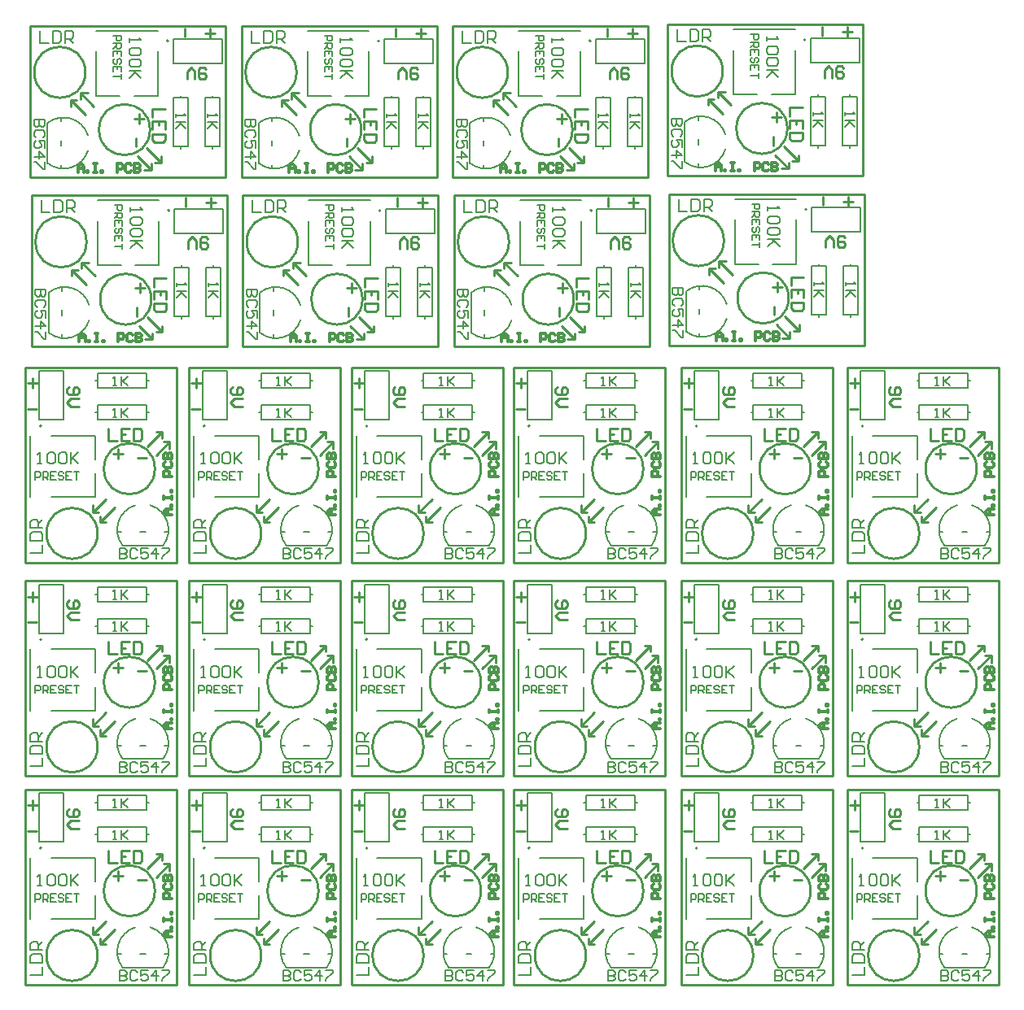
<source format=gto>
G04 Layer_Color=65535*
%FSLAX25Y25*%
%MOIN*%
G70*
G01*
G75*
%ADD24C,0.00787*%
%ADD25C,0.00600*%
%ADD26C,0.01000*%
%ADD27C,0.00500*%
%ADD28C,0.01181*%
D24*
X320929Y388843D02*
G03*
X320929Y388843I-394J0D01*
G01*
X321429Y319342D02*
G03*
X321429Y319342I-394J0D01*
G01*
X232929Y388342D02*
G03*
X232929Y388342I-394J0D01*
G01*
X233429Y318843D02*
G03*
X233429Y318843I-394J0D01*
G01*
X146429Y388342D02*
G03*
X146429Y388342I-394J0D01*
G01*
X146929Y318843D02*
G03*
X146929Y318843I-394J0D01*
G01*
X59929Y388342D02*
G03*
X59929Y388342I-394J0D01*
G01*
X60429Y318843D02*
G03*
X60429Y318843I-394J0D01*
G01*
X8051Y230535D02*
G03*
X8051Y230535I-394J0D01*
G01*
X75051D02*
G03*
X75051Y230535I-394J0D01*
G01*
X141551D02*
G03*
X141551Y230535I-394J0D01*
G01*
X208051D02*
G03*
X208051Y230535I-394J0D01*
G01*
X344551D02*
G03*
X344551Y230535I-394J0D01*
G01*
X276551D02*
G03*
X276551Y230535I-394J0D01*
G01*
X8051Y143035D02*
G03*
X8051Y143035I-394J0D01*
G01*
X75051D02*
G03*
X75051Y143035I-394J0D01*
G01*
X141551D02*
G03*
X141551Y143035I-394J0D01*
G01*
X208051D02*
G03*
X208051Y143035I-394J0D01*
G01*
X344551D02*
G03*
X344551Y143035I-394J0D01*
G01*
X276551D02*
G03*
X276551Y143035I-394J0D01*
G01*
Y57535D02*
G03*
X276551Y57535I-394J0D01*
G01*
X344551D02*
G03*
X344551Y57535I-394J0D01*
G01*
X208051D02*
G03*
X208051Y57535I-394J0D01*
G01*
X141551D02*
G03*
X141551Y57535I-394J0D01*
G01*
X75051D02*
G03*
X75051Y57535I-394J0D01*
G01*
X8051D02*
G03*
X8051Y57535I-394J0D01*
G01*
X336000Y365500D02*
X339000D01*
X336000Y345500D02*
Y365500D01*
Y345500D02*
X342000D01*
Y365500D01*
X339000D02*
X342000D01*
X339000Y344600D02*
Y345500D01*
Y365500D02*
Y366400D01*
X323000Y365500D02*
X326000D01*
X323000Y345500D02*
Y365500D01*
Y345500D02*
X329000D01*
Y365500D01*
X326000D02*
X329000D01*
X326000Y344600D02*
Y345500D01*
Y365500D02*
Y366400D01*
X323000Y379500D02*
Y389500D01*
X343000D01*
Y379500D02*
Y389500D01*
X323000Y379500D02*
X343000D01*
X323500Y310000D02*
Y320000D01*
X343500D01*
Y310000D02*
Y320000D01*
X323500Y310000D02*
X343500D01*
X323500Y296000D02*
X326500D01*
X323500Y276000D02*
Y296000D01*
Y276000D02*
X329500D01*
Y296000D01*
X326500D02*
X329500D01*
X326500Y275100D02*
Y276000D01*
Y296000D02*
Y296900D01*
X336500Y296000D02*
X339500D01*
X336500Y276000D02*
Y296000D01*
Y276000D02*
X342500D01*
Y296000D01*
X339500D02*
X342500D01*
X339500Y275100D02*
Y276000D01*
Y296000D02*
Y296900D01*
X248000Y365000D02*
X251000D01*
X248000Y345000D02*
Y365000D01*
Y345000D02*
X254000D01*
Y365000D01*
X251000D02*
X254000D01*
X251000Y344100D02*
Y345000D01*
Y365000D02*
Y365900D01*
X235000Y365000D02*
X238000D01*
X235000Y345000D02*
Y365000D01*
Y345000D02*
X241000D01*
Y365000D01*
X238000D02*
X241000D01*
X238000Y344100D02*
Y345000D01*
Y365000D02*
Y365900D01*
X235000Y379000D02*
Y389000D01*
X255000D01*
Y379000D02*
Y389000D01*
X235000Y379000D02*
X255000D01*
X235500Y309500D02*
Y319500D01*
X255500D01*
Y309500D02*
Y319500D01*
X235500Y309500D02*
X255500D01*
X235500Y295500D02*
X238500D01*
X235500Y275500D02*
Y295500D01*
Y275500D02*
X241500D01*
Y295500D01*
X238500D02*
X241500D01*
X238500Y274600D02*
Y275500D01*
Y295500D02*
Y296400D01*
X248500Y295500D02*
X251500D01*
X248500Y275500D02*
Y295500D01*
Y275500D02*
X254500D01*
Y295500D01*
X251500D02*
X254500D01*
X251500Y274600D02*
Y275500D01*
Y295500D02*
Y296400D01*
X161500Y365000D02*
X164500D01*
X161500Y345000D02*
Y365000D01*
Y345000D02*
X167500D01*
Y365000D01*
X164500D02*
X167500D01*
X164500Y344100D02*
Y345000D01*
Y365000D02*
Y365900D01*
X148500Y365000D02*
X151500D01*
X148500Y345000D02*
Y365000D01*
Y345000D02*
X154500D01*
Y365000D01*
X151500D02*
X154500D01*
X151500Y344100D02*
Y345000D01*
Y365000D02*
Y365900D01*
X148500Y379000D02*
Y389000D01*
X168500D01*
Y379000D02*
Y389000D01*
X148500Y379000D02*
X168500D01*
X149000Y309500D02*
Y319500D01*
X169000D01*
Y309500D02*
Y319500D01*
X149000Y309500D02*
X169000D01*
X149000Y295500D02*
X152000D01*
X149000Y275500D02*
Y295500D01*
Y275500D02*
X155000D01*
Y295500D01*
X152000D02*
X155000D01*
X152000Y274600D02*
Y275500D01*
Y295500D02*
Y296400D01*
X162000Y295500D02*
X165000D01*
X162000Y275500D02*
Y295500D01*
Y275500D02*
X168000D01*
Y295500D01*
X165000D02*
X168000D01*
X165000Y274600D02*
Y275500D01*
Y295500D02*
Y296400D01*
X75000Y365000D02*
X78000D01*
X75000Y345000D02*
Y365000D01*
Y345000D02*
X81000D01*
Y365000D01*
X78000D02*
X81000D01*
X78000Y344100D02*
Y345000D01*
Y365000D02*
Y365900D01*
X62000Y365000D02*
X65000D01*
X62000Y345000D02*
Y365000D01*
Y345000D02*
X68000D01*
Y365000D01*
X65000D02*
X68000D01*
X65000Y344100D02*
Y345000D01*
Y365000D02*
Y365900D01*
X62000Y379000D02*
Y389000D01*
X82000D01*
Y379000D02*
Y389000D01*
X62000Y379000D02*
X82000D01*
X62500Y309500D02*
Y319500D01*
X82500D01*
Y309500D02*
Y319500D01*
X62500Y309500D02*
X82500D01*
X62500Y295500D02*
X65500D01*
X62500Y275500D02*
Y295500D01*
Y275500D02*
X68500D01*
Y295500D01*
X65500D02*
X68500D01*
X65500Y274600D02*
Y275500D01*
Y295500D02*
Y296400D01*
X75500Y295500D02*
X78500D01*
X75500Y275500D02*
Y295500D01*
Y275500D02*
X81500D01*
Y295500D01*
X78500D02*
X81500D01*
X78500Y274600D02*
Y275500D01*
Y295500D02*
Y296400D01*
X31000Y246000D02*
Y249000D01*
Y246000D02*
X51000D01*
Y252000D01*
X31000D02*
X51000D01*
X31000Y249000D02*
Y252000D01*
X51000Y249000D02*
X51900D01*
X30100D02*
X31000D01*
Y233000D02*
Y236000D01*
Y233000D02*
X51000D01*
Y239000D01*
X31000D02*
X51000D01*
X31000Y236000D02*
Y239000D01*
X51000Y236000D02*
X51900D01*
X30100D02*
X31000D01*
X7000Y233000D02*
X17000D01*
X7000D02*
Y253000D01*
X17000D01*
Y233000D02*
Y253000D01*
X74000Y233000D02*
X84000D01*
X74000D02*
Y253000D01*
X84000D01*
Y233000D02*
Y253000D01*
X98000Y233000D02*
Y236000D01*
Y233000D02*
X118000D01*
Y239000D01*
X98000D02*
X118000D01*
X98000Y236000D02*
Y239000D01*
X118000Y236000D02*
X118900D01*
X97100D02*
X98000D01*
Y246000D02*
Y249000D01*
Y246000D02*
X118000D01*
Y252000D01*
X98000D02*
X118000D01*
X98000Y249000D02*
Y252000D01*
X118000Y249000D02*
X118900D01*
X97100D02*
X98000D01*
X140500Y233000D02*
X150500D01*
X140500D02*
Y253000D01*
X150500D01*
Y233000D02*
Y253000D01*
X164500Y233000D02*
Y236000D01*
Y233000D02*
X184500D01*
Y239000D01*
X164500D02*
X184500D01*
X164500Y236000D02*
Y239000D01*
X184500Y236000D02*
X185400D01*
X163600D02*
X164500D01*
Y246000D02*
Y249000D01*
Y246000D02*
X184500D01*
Y252000D01*
X164500D02*
X184500D01*
X164500Y249000D02*
Y252000D01*
X184500Y249000D02*
X185400D01*
X163600D02*
X164500D01*
X207000Y233000D02*
X217000D01*
X207000D02*
Y253000D01*
X217000D01*
Y233000D02*
Y253000D01*
X231000Y233000D02*
Y236000D01*
Y233000D02*
X251000D01*
Y239000D01*
X231000D02*
X251000D01*
X231000Y236000D02*
Y239000D01*
X251000Y236000D02*
X251900D01*
X230100D02*
X231000D01*
Y246000D02*
Y249000D01*
Y246000D02*
X251000D01*
Y252000D01*
X231000D02*
X251000D01*
X231000Y249000D02*
Y252000D01*
X251000Y249000D02*
X251900D01*
X230100D02*
X231000D01*
X343500Y233000D02*
X353500D01*
X343500D02*
Y253000D01*
X353500D01*
Y233000D02*
Y253000D01*
X367500Y233000D02*
Y236000D01*
Y233000D02*
X387500D01*
Y239000D01*
X367500D02*
X387500D01*
X367500Y236000D02*
Y239000D01*
X387500Y236000D02*
X388400D01*
X366600D02*
X367500D01*
Y246000D02*
Y249000D01*
Y246000D02*
X387500D01*
Y252000D01*
X367500D02*
X387500D01*
X367500Y249000D02*
Y252000D01*
X387500Y249000D02*
X388400D01*
X366600D02*
X367500D01*
X275500Y233000D02*
X285500D01*
X275500D02*
Y253000D01*
X285500D01*
Y233000D02*
Y253000D01*
X299500Y233000D02*
Y236000D01*
Y233000D02*
X319500D01*
Y239000D01*
X299500D02*
X319500D01*
X299500Y236000D02*
Y239000D01*
X319500Y236000D02*
X320400D01*
X298600D02*
X299500D01*
Y246000D02*
Y249000D01*
Y246000D02*
X319500D01*
Y252000D01*
X299500D02*
X319500D01*
X299500Y249000D02*
Y252000D01*
X319500Y249000D02*
X320400D01*
X298600D02*
X299500D01*
X31000Y158500D02*
Y161500D01*
Y158500D02*
X51000D01*
Y164500D01*
X31000D02*
X51000D01*
X31000Y161500D02*
Y164500D01*
X51000Y161500D02*
X51900D01*
X30100D02*
X31000D01*
Y145500D02*
Y148500D01*
Y145500D02*
X51000D01*
Y151500D01*
X31000D02*
X51000D01*
X31000Y148500D02*
Y151500D01*
X51000Y148500D02*
X51900D01*
X30100D02*
X31000D01*
X7000Y145500D02*
X17000D01*
X7000D02*
Y165500D01*
X17000D01*
Y145500D02*
Y165500D01*
X74000Y145500D02*
X84000D01*
X74000D02*
Y165500D01*
X84000D01*
Y145500D02*
Y165500D01*
X98000Y145500D02*
Y148500D01*
Y145500D02*
X118000D01*
Y151500D01*
X98000D02*
X118000D01*
X98000Y148500D02*
Y151500D01*
X118000Y148500D02*
X118900D01*
X97100D02*
X98000D01*
Y158500D02*
Y161500D01*
Y158500D02*
X118000D01*
Y164500D01*
X98000D02*
X118000D01*
X98000Y161500D02*
Y164500D01*
X118000Y161500D02*
X118900D01*
X97100D02*
X98000D01*
X140500Y145500D02*
X150500D01*
X140500D02*
Y165500D01*
X150500D01*
Y145500D02*
Y165500D01*
X164500Y145500D02*
Y148500D01*
Y145500D02*
X184500D01*
Y151500D01*
X164500D02*
X184500D01*
X164500Y148500D02*
Y151500D01*
X184500Y148500D02*
X185400D01*
X163600D02*
X164500D01*
Y158500D02*
Y161500D01*
Y158500D02*
X184500D01*
Y164500D01*
X164500D02*
X184500D01*
X164500Y161500D02*
Y164500D01*
X184500Y161500D02*
X185400D01*
X163600D02*
X164500D01*
X207000Y145500D02*
X217000D01*
X207000D02*
Y165500D01*
X217000D01*
Y145500D02*
Y165500D01*
X231000Y145500D02*
Y148500D01*
Y145500D02*
X251000D01*
Y151500D01*
X231000D02*
X251000D01*
X231000Y148500D02*
Y151500D01*
X251000Y148500D02*
X251900D01*
X230100D02*
X231000D01*
Y158500D02*
Y161500D01*
Y158500D02*
X251000D01*
Y164500D01*
X231000D02*
X251000D01*
X231000Y161500D02*
Y164500D01*
X251000Y161500D02*
X251900D01*
X230100D02*
X231000D01*
X343500Y145500D02*
X353500D01*
X343500D02*
Y165500D01*
X353500D01*
Y145500D02*
Y165500D01*
X367500Y145500D02*
Y148500D01*
Y145500D02*
X387500D01*
Y151500D01*
X367500D02*
X387500D01*
X367500Y148500D02*
Y151500D01*
X387500Y148500D02*
X388400D01*
X366600D02*
X367500D01*
Y158500D02*
Y161500D01*
Y158500D02*
X387500D01*
Y164500D01*
X367500D02*
X387500D01*
X367500Y161500D02*
Y164500D01*
X387500Y161500D02*
X388400D01*
X366600D02*
X367500D01*
X275500Y145500D02*
X285500D01*
X275500D02*
Y165500D01*
X285500D01*
Y145500D02*
Y165500D01*
X299500Y145500D02*
Y148500D01*
Y145500D02*
X319500D01*
Y151500D01*
X299500D02*
X319500D01*
X299500Y148500D02*
Y151500D01*
X319500Y148500D02*
X320400D01*
X298600D02*
X299500D01*
Y158500D02*
Y161500D01*
Y158500D02*
X319500D01*
Y164500D01*
X299500D02*
X319500D01*
X299500Y161500D02*
Y164500D01*
X319500Y161500D02*
X320400D01*
X298600D02*
X299500D01*
Y73000D02*
Y76000D01*
Y73000D02*
X319500D01*
Y79000D01*
X299500D02*
X319500D01*
X299500Y76000D02*
Y79000D01*
X319500Y76000D02*
X320400D01*
X298600D02*
X299500D01*
Y60000D02*
Y63000D01*
Y60000D02*
X319500D01*
Y66000D01*
X299500D02*
X319500D01*
X299500Y63000D02*
Y66000D01*
X319500Y63000D02*
X320400D01*
X298600D02*
X299500D01*
X275500Y60000D02*
X285500D01*
X275500D02*
Y80000D01*
X285500D01*
Y60000D02*
Y80000D01*
X367500Y73000D02*
Y76000D01*
Y73000D02*
X387500D01*
Y79000D01*
X367500D02*
X387500D01*
X367500Y76000D02*
Y79000D01*
X387500Y76000D02*
X388400D01*
X366600D02*
X367500D01*
Y60000D02*
Y63000D01*
Y60000D02*
X387500D01*
Y66000D01*
X367500D02*
X387500D01*
X367500Y63000D02*
Y66000D01*
X387500Y63000D02*
X388400D01*
X366600D02*
X367500D01*
X343500Y60000D02*
X353500D01*
X343500D02*
Y80000D01*
X353500D01*
Y60000D02*
Y80000D01*
X231000Y73000D02*
Y76000D01*
Y73000D02*
X251000D01*
Y79000D01*
X231000D02*
X251000D01*
X231000Y76000D02*
Y79000D01*
X251000Y76000D02*
X251900D01*
X230100D02*
X231000D01*
Y60000D02*
Y63000D01*
Y60000D02*
X251000D01*
Y66000D01*
X231000D02*
X251000D01*
X231000Y63000D02*
Y66000D01*
X251000Y63000D02*
X251900D01*
X230100D02*
X231000D01*
X207000Y60000D02*
X217000D01*
X207000D02*
Y80000D01*
X217000D01*
Y60000D02*
Y80000D01*
X164500Y73000D02*
Y76000D01*
Y73000D02*
X184500D01*
Y79000D01*
X164500D02*
X184500D01*
X164500Y76000D02*
Y79000D01*
X184500Y76000D02*
X185400D01*
X163600D02*
X164500D01*
Y60000D02*
Y63000D01*
Y60000D02*
X184500D01*
Y66000D01*
X164500D02*
X184500D01*
X164500Y63000D02*
Y66000D01*
X184500Y63000D02*
X185400D01*
X163600D02*
X164500D01*
X140500Y60000D02*
X150500D01*
X140500D02*
Y80000D01*
X150500D01*
Y60000D02*
Y80000D01*
X98000Y73000D02*
Y76000D01*
Y73000D02*
X118000D01*
Y79000D01*
X98000D02*
X118000D01*
X98000Y76000D02*
Y79000D01*
X118000Y76000D02*
X118900D01*
X97100D02*
X98000D01*
Y60000D02*
Y63000D01*
Y60000D02*
X118000D01*
Y66000D01*
X98000D02*
X118000D01*
X98000Y63000D02*
Y66000D01*
X118000Y63000D02*
X118900D01*
X97100D02*
X98000D01*
X74000Y60000D02*
X84000D01*
X74000D02*
Y80000D01*
X84000D01*
Y60000D02*
Y80000D01*
X7000Y60000D02*
X17000D01*
X7000D02*
Y80000D01*
X17000D01*
Y60000D02*
Y80000D01*
X31000Y60000D02*
Y63000D01*
Y60000D02*
X51000D01*
Y66000D01*
X31000D02*
X51000D01*
X31000Y63000D02*
Y66000D01*
X51000Y63000D02*
X51900D01*
X30100D02*
X31000D01*
Y73000D02*
Y76000D01*
Y73000D02*
X51000D01*
Y79000D01*
X31000D02*
X51000D01*
X31000Y76000D02*
Y79000D01*
X51000Y76000D02*
X51900D01*
X30100D02*
X31000D01*
X337000Y359000D02*
Y357688D01*
Y358344D01*
X340936D01*
X340280Y359000D01*
X340936Y355720D02*
X337000D01*
X338312D01*
X340936Y353096D01*
X338968Y355064D01*
X337000Y353096D01*
X268500Y393116D02*
Y388000D01*
X271911D01*
X273617Y393116D02*
Y388000D01*
X276175D01*
X277027Y388853D01*
Y392264D01*
X276175Y393116D01*
X273617D01*
X278733Y388000D02*
Y393116D01*
X281291D01*
X282144Y392264D01*
Y390558D01*
X281291Y389705D01*
X278733D01*
X280438D02*
X282144Y388000D01*
X305000Y390000D02*
Y388426D01*
Y389213D01*
X309723D01*
X308936Y390000D01*
Y386064D02*
X309723Y385277D01*
Y383703D01*
X308936Y382916D01*
X305787D01*
X305000Y383703D01*
Y385277D01*
X305787Y386064D01*
X308936D01*
Y381341D02*
X309723Y380554D01*
Y378980D01*
X308936Y378193D01*
X305787D01*
X305000Y378980D01*
Y380554D01*
X305787Y381341D01*
X308936D01*
X309723Y376619D02*
X305000D01*
X306574D01*
X309723Y373470D01*
X307361Y375831D01*
X305000Y373470D01*
X270329Y356500D02*
X266000D01*
Y354335D01*
X266722Y353614D01*
X267443D01*
X268165Y354335D01*
Y356500D01*
Y354335D01*
X268886Y353614D01*
X269608D01*
X270329Y354335D01*
Y356500D01*
X269608Y349285D02*
X270329Y350006D01*
Y351449D01*
X269608Y352171D01*
X266722D01*
X266000Y351449D01*
Y350006D01*
X266722Y349285D01*
X270329Y344955D02*
Y347841D01*
X268165D01*
X268886Y346398D01*
Y345677D01*
X268165Y344955D01*
X266722D01*
X266000Y345677D01*
Y347120D01*
X266722Y347841D01*
X266000Y341347D02*
X270329D01*
X268165Y343512D01*
Y340626D01*
X270329Y339183D02*
Y336297D01*
X269608D01*
X266722Y339183D01*
X266000D01*
X298500Y391000D02*
X301649D01*
Y389426D01*
X301124Y388901D01*
X300074D01*
X299550Y389426D01*
Y391000D01*
X298500Y387851D02*
X301649D01*
Y386277D01*
X301124Y385752D01*
X300074D01*
X299550Y386277D01*
Y387851D01*
Y386802D02*
X298500Y385752D01*
X301649Y382604D02*
Y384703D01*
X298500D01*
Y382604D01*
X300074Y384703D02*
Y383653D01*
X301124Y379455D02*
X301649Y379980D01*
Y381030D01*
X301124Y381554D01*
X300599D01*
X300074Y381030D01*
Y379980D01*
X299550Y379455D01*
X299025D01*
X298500Y379980D01*
Y381030D01*
X299025Y381554D01*
X301649Y376307D02*
Y378406D01*
X298500D01*
Y376307D01*
X300074Y378406D02*
Y377356D01*
X301649Y375257D02*
Y373158D01*
Y374207D01*
X298500D01*
X324000Y359000D02*
Y357688D01*
Y358344D01*
X327936D01*
X327280Y359000D01*
X327936Y355720D02*
X324000D01*
X325312D01*
X327936Y353096D01*
X325968Y355064D01*
X324000Y353096D01*
X324500Y289500D02*
Y288188D01*
Y288844D01*
X328436D01*
X327780Y289500D01*
X328436Y286220D02*
X324500D01*
X325812D01*
X328436Y283596D01*
X326468Y285564D01*
X324500Y283596D01*
X299000Y321500D02*
X302149D01*
Y319926D01*
X301624Y319401D01*
X300574D01*
X300049Y319926D01*
Y321500D01*
X299000Y318351D02*
X302149D01*
Y316777D01*
X301624Y316252D01*
X300574D01*
X300049Y316777D01*
Y318351D01*
Y317302D02*
X299000Y316252D01*
X302149Y313104D02*
Y315203D01*
X299000D01*
Y313104D01*
X300574Y315203D02*
Y314153D01*
X301624Y309955D02*
X302149Y310480D01*
Y311529D01*
X301624Y312054D01*
X301099D01*
X300574Y311529D01*
Y310480D01*
X300049Y309955D01*
X299525D01*
X299000Y310480D01*
Y311529D01*
X299525Y312054D01*
X302149Y306807D02*
Y308906D01*
X299000D01*
Y306807D01*
X300574Y308906D02*
Y307856D01*
X302149Y305757D02*
Y303658D01*
Y304708D01*
X299000D01*
X270829Y287000D02*
X266500D01*
Y284835D01*
X267221Y284114D01*
X267943D01*
X268665Y284835D01*
Y287000D01*
Y284835D01*
X269386Y284114D01*
X270108D01*
X270829Y284835D01*
Y287000D01*
X270108Y279784D02*
X270829Y280506D01*
Y281949D01*
X270108Y282671D01*
X267221D01*
X266500Y281949D01*
Y280506D01*
X267221Y279784D01*
X270829Y275455D02*
Y278341D01*
X268665D01*
X269386Y276898D01*
Y276177D01*
X268665Y275455D01*
X267221D01*
X266500Y276177D01*
Y277620D01*
X267221Y278341D01*
X266500Y271847D02*
X270829D01*
X268665Y274012D01*
Y271126D01*
X270829Y269683D02*
Y266796D01*
X270108D01*
X267221Y269683D01*
X266500D01*
X305500Y320500D02*
Y318926D01*
Y319713D01*
X310223D01*
X309436Y320500D01*
Y316564D02*
X310223Y315777D01*
Y314203D01*
X309436Y313416D01*
X306287D01*
X305500Y314203D01*
Y315777D01*
X306287Y316564D01*
X309436D01*
Y311841D02*
X310223Y311054D01*
Y309480D01*
X309436Y308693D01*
X306287D01*
X305500Y309480D01*
Y311054D01*
X306287Y311841D01*
X309436D01*
X310223Y307119D02*
X305500D01*
X307074D01*
X310223Y303970D01*
X307861Y306331D01*
X305500Y303970D01*
X269000Y323617D02*
Y318500D01*
X272411D01*
X274116Y323617D02*
Y318500D01*
X276675D01*
X277527Y319353D01*
Y322764D01*
X276675Y323617D01*
X274116D01*
X279233Y318500D02*
Y323617D01*
X281791D01*
X282644Y322764D01*
Y321058D01*
X281791Y320205D01*
X279233D01*
X280938D02*
X282644Y318500D01*
X337500Y289500D02*
Y288188D01*
Y288844D01*
X341436D01*
X340780Y289500D01*
X341436Y286220D02*
X337500D01*
X338812D01*
X341436Y283596D01*
X339468Y285564D01*
X337500Y283596D01*
X249000Y358500D02*
Y357188D01*
Y357844D01*
X252936D01*
X252280Y358500D01*
X252936Y355220D02*
X249000D01*
X250312D01*
X252936Y352596D01*
X250968Y354564D01*
X249000Y352596D01*
X180500Y392617D02*
Y387500D01*
X183911D01*
X185617Y392617D02*
Y387500D01*
X188175D01*
X189027Y388353D01*
Y391764D01*
X188175Y392617D01*
X185617D01*
X190733Y387500D02*
Y392617D01*
X193291D01*
X194144Y391764D01*
Y390058D01*
X193291Y389206D01*
X190733D01*
X192438D02*
X194144Y387500D01*
X217000Y389500D02*
Y387926D01*
Y388713D01*
X221723D01*
X220936Y389500D01*
Y385564D02*
X221723Y384777D01*
Y383203D01*
X220936Y382416D01*
X217787D01*
X217000Y383203D01*
Y384777D01*
X217787Y385564D01*
X220936D01*
Y380841D02*
X221723Y380054D01*
Y378480D01*
X220936Y377693D01*
X217787D01*
X217000Y378480D01*
Y380054D01*
X217787Y380841D01*
X220936D01*
X221723Y376118D02*
X217000D01*
X218574D01*
X221723Y372970D01*
X219361Y375331D01*
X217000Y372970D01*
X182329Y356000D02*
X178000D01*
Y353835D01*
X178722Y353114D01*
X179443D01*
X180165Y353835D01*
Y356000D01*
Y353835D01*
X180886Y353114D01*
X181608D01*
X182329Y353835D01*
Y356000D01*
X181608Y348784D02*
X182329Y349506D01*
Y350949D01*
X181608Y351671D01*
X178722D01*
X178000Y350949D01*
Y349506D01*
X178722Y348784D01*
X182329Y344455D02*
Y347341D01*
X180165D01*
X180886Y345898D01*
Y345177D01*
X180165Y344455D01*
X178722D01*
X178000Y345177D01*
Y346620D01*
X178722Y347341D01*
X178000Y340847D02*
X182329D01*
X180165Y343012D01*
Y340126D01*
X182329Y338683D02*
Y335796D01*
X181608D01*
X178722Y338683D01*
X178000D01*
X210500Y390500D02*
X213649D01*
Y388926D01*
X213124Y388401D01*
X212074D01*
X211549Y388926D01*
Y390500D01*
X210500Y387351D02*
X213649D01*
Y385777D01*
X213124Y385252D01*
X212074D01*
X211549Y385777D01*
Y387351D01*
Y386302D02*
X210500Y385252D01*
X213649Y382104D02*
Y384203D01*
X210500D01*
Y382104D01*
X212074Y384203D02*
Y383153D01*
X213124Y378955D02*
X213649Y379480D01*
Y380529D01*
X213124Y381054D01*
X212599D01*
X212074Y380529D01*
Y379480D01*
X211549Y378955D01*
X211025D01*
X210500Y379480D01*
Y380529D01*
X211025Y381054D01*
X213649Y375807D02*
Y377906D01*
X210500D01*
Y375807D01*
X212074Y377906D02*
Y376856D01*
X213649Y374757D02*
Y372658D01*
Y373708D01*
X210500D01*
X236000Y358500D02*
Y357188D01*
Y357844D01*
X239936D01*
X239280Y358500D01*
X239936Y355220D02*
X236000D01*
X237312D01*
X239936Y352596D01*
X237968Y354564D01*
X236000Y352596D01*
X236500Y289000D02*
Y287688D01*
Y288344D01*
X240436D01*
X239780Y289000D01*
X240436Y285720D02*
X236500D01*
X237812D01*
X240436Y283096D01*
X238468Y285064D01*
X236500Y283096D01*
X211000Y321000D02*
X214149D01*
Y319426D01*
X213624Y318901D01*
X212574D01*
X212050Y319426D01*
Y321000D01*
X211000Y317851D02*
X214149D01*
Y316277D01*
X213624Y315752D01*
X212574D01*
X212050Y316277D01*
Y317851D01*
Y316802D02*
X211000Y315752D01*
X214149Y312604D02*
Y314703D01*
X211000D01*
Y312604D01*
X212574Y314703D02*
Y313653D01*
X213624Y309455D02*
X214149Y309980D01*
Y311030D01*
X213624Y311554D01*
X213099D01*
X212574Y311030D01*
Y309980D01*
X212050Y309455D01*
X211525D01*
X211000Y309980D01*
Y311030D01*
X211525Y311554D01*
X214149Y306307D02*
Y308406D01*
X211000D01*
Y306307D01*
X212574Y308406D02*
Y307356D01*
X214149Y305257D02*
Y303158D01*
Y304207D01*
X211000D01*
X182829Y286500D02*
X178500D01*
Y284335D01*
X179222Y283614D01*
X179943D01*
X180665Y284335D01*
Y286500D01*
Y284335D01*
X181386Y283614D01*
X182108D01*
X182829Y284335D01*
Y286500D01*
X182108Y279285D02*
X182829Y280006D01*
Y281449D01*
X182108Y282171D01*
X179222D01*
X178500Y281449D01*
Y280006D01*
X179222Y279285D01*
X182829Y274955D02*
Y277841D01*
X180665D01*
X181386Y276398D01*
Y275677D01*
X180665Y274955D01*
X179222D01*
X178500Y275677D01*
Y277120D01*
X179222Y277841D01*
X178500Y271347D02*
X182829D01*
X180665Y273512D01*
Y270626D01*
X182829Y269183D02*
Y266297D01*
X182108D01*
X179222Y269183D01*
X178500D01*
X217500Y320000D02*
Y318426D01*
Y319213D01*
X222223D01*
X221436Y320000D01*
Y316064D02*
X222223Y315277D01*
Y313703D01*
X221436Y312916D01*
X218287D01*
X217500Y313703D01*
Y315277D01*
X218287Y316064D01*
X221436D01*
Y311341D02*
X222223Y310554D01*
Y308980D01*
X221436Y308193D01*
X218287D01*
X217500Y308980D01*
Y310554D01*
X218287Y311341D01*
X221436D01*
X222223Y306618D02*
X217500D01*
X219074D01*
X222223Y303470D01*
X219861Y305831D01*
X217500Y303470D01*
X181000Y323116D02*
Y318000D01*
X184411D01*
X186117Y323116D02*
Y318000D01*
X188675D01*
X189527Y318853D01*
Y322264D01*
X188675Y323116D01*
X186117D01*
X191233Y318000D02*
Y323116D01*
X193791D01*
X194644Y322264D01*
Y320558D01*
X193791Y319706D01*
X191233D01*
X192938D02*
X194644Y318000D01*
X249500Y289000D02*
Y287688D01*
Y288344D01*
X253436D01*
X252780Y289000D01*
X253436Y285720D02*
X249500D01*
X250812D01*
X253436Y283096D01*
X251468Y285064D01*
X249500Y283096D01*
X162500Y358500D02*
Y357188D01*
Y357844D01*
X166436D01*
X165780Y358500D01*
X166436Y355220D02*
X162500D01*
X163812D01*
X166436Y352596D01*
X164468Y354564D01*
X162500Y352596D01*
X94000Y392617D02*
Y387500D01*
X97411D01*
X99116Y392617D02*
Y387500D01*
X101675D01*
X102527Y388353D01*
Y391764D01*
X101675Y392617D01*
X99116D01*
X104233Y387500D02*
Y392617D01*
X106791D01*
X107644Y391764D01*
Y390058D01*
X106791Y389206D01*
X104233D01*
X105938D02*
X107644Y387500D01*
X130500Y389500D02*
Y387926D01*
Y388713D01*
X135223D01*
X134436Y389500D01*
Y385564D02*
X135223Y384777D01*
Y383203D01*
X134436Y382416D01*
X131287D01*
X130500Y383203D01*
Y384777D01*
X131287Y385564D01*
X134436D01*
Y380841D02*
X135223Y380054D01*
Y378480D01*
X134436Y377693D01*
X131287D01*
X130500Y378480D01*
Y380054D01*
X131287Y380841D01*
X134436D01*
X135223Y376118D02*
X130500D01*
X132074D01*
X135223Y372970D01*
X132861Y375331D01*
X130500Y372970D01*
X95829Y356000D02*
X91500D01*
Y353835D01*
X92222Y353114D01*
X92943D01*
X93665Y353835D01*
Y356000D01*
Y353835D01*
X94386Y353114D01*
X95108D01*
X95829Y353835D01*
Y356000D01*
X95108Y348784D02*
X95829Y349506D01*
Y350949D01*
X95108Y351671D01*
X92222D01*
X91500Y350949D01*
Y349506D01*
X92222Y348784D01*
X95829Y344455D02*
Y347341D01*
X93665D01*
X94386Y345898D01*
Y345177D01*
X93665Y344455D01*
X92222D01*
X91500Y345177D01*
Y346620D01*
X92222Y347341D01*
X91500Y340847D02*
X95829D01*
X93665Y343012D01*
Y340126D01*
X95829Y338683D02*
Y335796D01*
X95108D01*
X92222Y338683D01*
X91500D01*
X124000Y390500D02*
X127149D01*
Y388926D01*
X126624Y388401D01*
X125574D01*
X125049Y388926D01*
Y390500D01*
X124000Y387351D02*
X127149D01*
Y385777D01*
X126624Y385252D01*
X125574D01*
X125049Y385777D01*
Y387351D01*
Y386302D02*
X124000Y385252D01*
X127149Y382104D02*
Y384203D01*
X124000D01*
Y382104D01*
X125574Y384203D02*
Y383153D01*
X126624Y378955D02*
X127149Y379480D01*
Y380529D01*
X126624Y381054D01*
X126099D01*
X125574Y380529D01*
Y379480D01*
X125049Y378955D01*
X124525D01*
X124000Y379480D01*
Y380529D01*
X124525Y381054D01*
X127149Y375807D02*
Y377906D01*
X124000D01*
Y375807D01*
X125574Y377906D02*
Y376856D01*
X127149Y374757D02*
Y372658D01*
Y373708D01*
X124000D01*
X149500Y358500D02*
Y357188D01*
Y357844D01*
X153436D01*
X152780Y358500D01*
X153436Y355220D02*
X149500D01*
X150812D01*
X153436Y352596D01*
X151468Y354564D01*
X149500Y352596D01*
X150000Y289000D02*
Y287688D01*
Y288344D01*
X153936D01*
X153280Y289000D01*
X153936Y285720D02*
X150000D01*
X151312D01*
X153936Y283096D01*
X151968Y285064D01*
X150000Y283096D01*
X124500Y321000D02*
X127649D01*
Y319426D01*
X127124Y318901D01*
X126074D01*
X125549Y319426D01*
Y321000D01*
X124500Y317851D02*
X127649D01*
Y316277D01*
X127124Y315752D01*
X126074D01*
X125549Y316277D01*
Y317851D01*
Y316802D02*
X124500Y315752D01*
X127649Y312604D02*
Y314703D01*
X124500D01*
Y312604D01*
X126074Y314703D02*
Y313653D01*
X127124Y309455D02*
X127649Y309980D01*
Y311030D01*
X127124Y311554D01*
X126599D01*
X126074Y311030D01*
Y309980D01*
X125549Y309455D01*
X125025D01*
X124500Y309980D01*
Y311030D01*
X125025Y311554D01*
X127649Y306307D02*
Y308406D01*
X124500D01*
Y306307D01*
X126074Y308406D02*
Y307356D01*
X127649Y305257D02*
Y303158D01*
Y304207D01*
X124500D01*
X96329Y286500D02*
X92000D01*
Y284335D01*
X92722Y283614D01*
X93443D01*
X94165Y284335D01*
Y286500D01*
Y284335D01*
X94886Y283614D01*
X95608D01*
X96329Y284335D01*
Y286500D01*
X95608Y279285D02*
X96329Y280006D01*
Y281449D01*
X95608Y282171D01*
X92722D01*
X92000Y281449D01*
Y280006D01*
X92722Y279285D01*
X96329Y274955D02*
Y277841D01*
X94165D01*
X94886Y276398D01*
Y275677D01*
X94165Y274955D01*
X92722D01*
X92000Y275677D01*
Y277120D01*
X92722Y277841D01*
X92000Y271347D02*
X96329D01*
X94165Y273512D01*
Y270626D01*
X96329Y269183D02*
Y266297D01*
X95608D01*
X92722Y269183D01*
X92000D01*
X131000Y320000D02*
Y318426D01*
Y319213D01*
X135723D01*
X134936Y320000D01*
Y316064D02*
X135723Y315277D01*
Y313703D01*
X134936Y312916D01*
X131787D01*
X131000Y313703D01*
Y315277D01*
X131787Y316064D01*
X134936D01*
Y311341D02*
X135723Y310554D01*
Y308980D01*
X134936Y308193D01*
X131787D01*
X131000Y308980D01*
Y310554D01*
X131787Y311341D01*
X134936D01*
X135723Y306618D02*
X131000D01*
X132574D01*
X135723Y303470D01*
X133361Y305831D01*
X131000Y303470D01*
X94500Y323116D02*
Y318000D01*
X97911D01*
X99616Y323116D02*
Y318000D01*
X102175D01*
X103027Y318853D01*
Y322264D01*
X102175Y323116D01*
X99616D01*
X104733Y318000D02*
Y323116D01*
X107291D01*
X108144Y322264D01*
Y320558D01*
X107291Y319706D01*
X104733D01*
X106438D02*
X108144Y318000D01*
X163000Y289000D02*
Y287688D01*
Y288344D01*
X166936D01*
X166280Y289000D01*
X166936Y285720D02*
X163000D01*
X164312D01*
X166936Y283096D01*
X164968Y285064D01*
X163000Y283096D01*
X76000Y358500D02*
Y357188D01*
Y357844D01*
X79936D01*
X79280Y358500D01*
X79936Y355220D02*
X76000D01*
X77312D01*
X79936Y352596D01*
X77968Y354564D01*
X76000Y352596D01*
X7500Y392617D02*
Y387500D01*
X10911D01*
X12617Y392617D02*
Y387500D01*
X15175D01*
X16027Y388353D01*
Y391764D01*
X15175Y392617D01*
X12617D01*
X17733Y387500D02*
Y392617D01*
X20291D01*
X21144Y391764D01*
Y390058D01*
X20291Y389206D01*
X17733D01*
X19438D02*
X21144Y387500D01*
X44000Y389500D02*
Y387926D01*
Y388713D01*
X48723D01*
X47936Y389500D01*
Y385564D02*
X48723Y384777D01*
Y383203D01*
X47936Y382416D01*
X44787D01*
X44000Y383203D01*
Y384777D01*
X44787Y385564D01*
X47936D01*
Y380841D02*
X48723Y380054D01*
Y378480D01*
X47936Y377693D01*
X44787D01*
X44000Y378480D01*
Y380054D01*
X44787Y380841D01*
X47936D01*
X48723Y376118D02*
X44000D01*
X45574D01*
X48723Y372970D01*
X46361Y375331D01*
X44000Y372970D01*
X9329Y356000D02*
X5000D01*
Y353835D01*
X5722Y353114D01*
X6443D01*
X7165Y353835D01*
Y356000D01*
Y353835D01*
X7886Y353114D01*
X8608D01*
X9329Y353835D01*
Y356000D01*
X8608Y348784D02*
X9329Y349506D01*
Y350949D01*
X8608Y351671D01*
X5722D01*
X5000Y350949D01*
Y349506D01*
X5722Y348784D01*
X9329Y344455D02*
Y347341D01*
X7165D01*
X7886Y345898D01*
Y345177D01*
X7165Y344455D01*
X5722D01*
X5000Y345177D01*
Y346620D01*
X5722Y347341D01*
X5000Y340847D02*
X9329D01*
X7165Y343012D01*
Y340126D01*
X9329Y338683D02*
Y335796D01*
X8608D01*
X5722Y338683D01*
X5000D01*
X37500Y390500D02*
X40649D01*
Y388926D01*
X40124Y388401D01*
X39074D01*
X38550Y388926D01*
Y390500D01*
X37500Y387351D02*
X40649D01*
Y385777D01*
X40124Y385252D01*
X39074D01*
X38550Y385777D01*
Y387351D01*
Y386302D02*
X37500Y385252D01*
X40649Y382104D02*
Y384203D01*
X37500D01*
Y382104D01*
X39074Y384203D02*
Y383153D01*
X40124Y378955D02*
X40649Y379480D01*
Y380529D01*
X40124Y381054D01*
X39599D01*
X39074Y380529D01*
Y379480D01*
X38550Y378955D01*
X38025D01*
X37500Y379480D01*
Y380529D01*
X38025Y381054D01*
X40649Y375807D02*
Y377906D01*
X37500D01*
Y375807D01*
X39074Y377906D02*
Y376856D01*
X40649Y374757D02*
Y372658D01*
Y373708D01*
X37500D01*
X63000Y358500D02*
Y357188D01*
Y357844D01*
X66936D01*
X66280Y358500D01*
X66936Y355220D02*
X63000D01*
X64312D01*
X66936Y352596D01*
X64968Y354564D01*
X63000Y352596D01*
X63500Y289000D02*
Y287688D01*
Y288344D01*
X67436D01*
X66780Y289000D01*
X67436Y285720D02*
X63500D01*
X64812D01*
X67436Y283096D01*
X65468Y285064D01*
X63500Y283096D01*
X38000Y321000D02*
X41149D01*
Y319426D01*
X40624Y318901D01*
X39574D01*
X39050Y319426D01*
Y321000D01*
X38000Y317851D02*
X41149D01*
Y316277D01*
X40624Y315752D01*
X39574D01*
X39050Y316277D01*
Y317851D01*
Y316802D02*
X38000Y315752D01*
X41149Y312604D02*
Y314703D01*
X38000D01*
Y312604D01*
X39574Y314703D02*
Y313653D01*
X40624Y309455D02*
X41149Y309980D01*
Y311030D01*
X40624Y311554D01*
X40099D01*
X39574Y311030D01*
Y309980D01*
X39050Y309455D01*
X38525D01*
X38000Y309980D01*
Y311030D01*
X38525Y311554D01*
X41149Y306307D02*
Y308406D01*
X38000D01*
Y306307D01*
X39574Y308406D02*
Y307356D01*
X41149Y305257D02*
Y303158D01*
Y304207D01*
X38000D01*
X9829Y286500D02*
X5500D01*
Y284335D01*
X6222Y283614D01*
X6943D01*
X7665Y284335D01*
Y286500D01*
Y284335D01*
X8386Y283614D01*
X9108D01*
X9829Y284335D01*
Y286500D01*
X9108Y279285D02*
X9829Y280006D01*
Y281449D01*
X9108Y282171D01*
X6222D01*
X5500Y281449D01*
Y280006D01*
X6222Y279285D01*
X9829Y274955D02*
Y277841D01*
X7665D01*
X8386Y276398D01*
Y275677D01*
X7665Y274955D01*
X6222D01*
X5500Y275677D01*
Y277120D01*
X6222Y277841D01*
X5500Y271347D02*
X9829D01*
X7665Y273512D01*
Y270626D01*
X9829Y269183D02*
Y266297D01*
X9108D01*
X6222Y269183D01*
X5500D01*
X44500Y320000D02*
Y318426D01*
Y319213D01*
X49223D01*
X48436Y320000D01*
Y316064D02*
X49223Y315277D01*
Y313703D01*
X48436Y312916D01*
X45287D01*
X44500Y313703D01*
Y315277D01*
X45287Y316064D01*
X48436D01*
Y311341D02*
X49223Y310554D01*
Y308980D01*
X48436Y308193D01*
X45287D01*
X44500Y308980D01*
Y310554D01*
X45287Y311341D01*
X48436D01*
X49223Y306618D02*
X44500D01*
X46074D01*
X49223Y303470D01*
X46861Y305831D01*
X44500Y303470D01*
X8000Y323116D02*
Y318000D01*
X11411D01*
X13116Y323116D02*
Y318000D01*
X15675D01*
X16527Y318853D01*
Y322264D01*
X15675Y323116D01*
X13116D01*
X18233Y318000D02*
Y323116D01*
X20791D01*
X21644Y322264D01*
Y320558D01*
X20791Y319706D01*
X18233D01*
X19938D02*
X21644Y318000D01*
X76500Y289000D02*
Y287688D01*
Y288344D01*
X80436D01*
X79780Y289000D01*
X80436Y285720D02*
X76500D01*
X77812D01*
X80436Y283096D01*
X78468Y285064D01*
X76500Y283096D01*
X37500Y247000D02*
X38812D01*
X38156D01*
Y250936D01*
X37500Y250280D01*
X40780Y250936D02*
Y247000D01*
Y248312D01*
X43404Y250936D01*
X41436Y248968D01*
X43404Y247000D01*
X3384Y178500D02*
X8500D01*
Y181911D01*
X3384Y183616D02*
X8500D01*
Y186175D01*
X7647Y187027D01*
X4236D01*
X3384Y186175D01*
Y183616D01*
X8500Y188733D02*
X3384D01*
Y191291D01*
X4236Y192144D01*
X5942D01*
X6795Y191291D01*
Y188733D01*
Y190438D02*
X8500Y192144D01*
X6500Y215000D02*
X8074D01*
X7287D01*
Y219723D01*
X6500Y218936D01*
X10436D02*
X11223Y219723D01*
X12797D01*
X13584Y218936D01*
Y215787D01*
X12797Y215000D01*
X11223D01*
X10436Y215787D01*
Y218936D01*
X15159D02*
X15946Y219723D01*
X17520D01*
X18307Y218936D01*
Y215787D01*
X17520Y215000D01*
X15946D01*
X15159Y215787D01*
Y218936D01*
X19882Y219723D02*
Y215000D01*
Y216574D01*
X23030Y219723D01*
X20669Y217361D01*
X23030Y215000D01*
X40000Y180329D02*
Y176000D01*
X42165D01*
X42886Y176722D01*
Y177443D01*
X42165Y178165D01*
X40000D01*
X42165D01*
X42886Y178886D01*
Y179608D01*
X42165Y180329D01*
X40000D01*
X47216Y179608D02*
X46494Y180329D01*
X45051D01*
X44329Y179608D01*
Y176722D01*
X45051Y176000D01*
X46494D01*
X47216Y176722D01*
X51545Y180329D02*
X48659D01*
Y178165D01*
X50102Y178886D01*
X50823D01*
X51545Y178165D01*
Y176722D01*
X50823Y176000D01*
X49380D01*
X48659Y176722D01*
X55153Y176000D02*
Y180329D01*
X52988Y178165D01*
X55874D01*
X57317Y180329D02*
X60203D01*
Y179608D01*
X57317Y176722D01*
Y176000D01*
X5500Y208500D02*
Y211649D01*
X7074D01*
X7599Y211124D01*
Y210074D01*
X7074Y209549D01*
X5500D01*
X8649Y208500D02*
Y211649D01*
X10223D01*
X10748Y211124D01*
Y210074D01*
X10223Y209549D01*
X8649D01*
X9698D02*
X10748Y208500D01*
X13896Y211649D02*
X11797D01*
Y208500D01*
X13896D01*
X11797Y210074D02*
X12847D01*
X17045Y211124D02*
X16520Y211649D01*
X15471D01*
X14946Y211124D01*
Y210599D01*
X15471Y210074D01*
X16520D01*
X17045Y209549D01*
Y209025D01*
X16520Y208500D01*
X15471D01*
X14946Y209025D01*
X20193Y211649D02*
X18094D01*
Y208500D01*
X20193D01*
X18094Y210074D02*
X19144D01*
X21243Y211649D02*
X23342D01*
X22293D01*
Y208500D01*
X37500Y234000D02*
X38812D01*
X38156D01*
Y237936D01*
X37500Y237280D01*
X40780Y237936D02*
Y234000D01*
Y235312D01*
X43404Y237936D01*
X41436Y235968D01*
X43404Y234000D01*
X104500D02*
X105812D01*
X105156D01*
Y237936D01*
X104500Y237280D01*
X107780Y237936D02*
Y234000D01*
Y235312D01*
X110404Y237936D01*
X108436Y235968D01*
X110404Y234000D01*
X72500Y208500D02*
Y211649D01*
X74074D01*
X74599Y211124D01*
Y210074D01*
X74074Y209549D01*
X72500D01*
X75649Y208500D02*
Y211649D01*
X77223D01*
X77748Y211124D01*
Y210074D01*
X77223Y209549D01*
X75649D01*
X76698D02*
X77748Y208500D01*
X80896Y211649D02*
X78797D01*
Y208500D01*
X80896D01*
X78797Y210074D02*
X79847D01*
X84045Y211124D02*
X83520Y211649D01*
X82471D01*
X81946Y211124D01*
Y210599D01*
X82471Y210074D01*
X83520D01*
X84045Y209549D01*
Y209025D01*
X83520Y208500D01*
X82471D01*
X81946Y209025D01*
X87193Y211649D02*
X85094D01*
Y208500D01*
X87193D01*
X85094Y210074D02*
X86144D01*
X88243Y211649D02*
X90342D01*
X89293D01*
Y208500D01*
X107000Y180329D02*
Y176000D01*
X109165D01*
X109886Y176722D01*
Y177443D01*
X109165Y178165D01*
X107000D01*
X109165D01*
X109886Y178886D01*
Y179608D01*
X109165Y180329D01*
X107000D01*
X114216Y179608D02*
X113494Y180329D01*
X112051D01*
X111329Y179608D01*
Y176722D01*
X112051Y176000D01*
X113494D01*
X114216Y176722D01*
X118545Y180329D02*
X115659D01*
Y178165D01*
X117102Y178886D01*
X117823D01*
X118545Y178165D01*
Y176722D01*
X117823Y176000D01*
X116380D01*
X115659Y176722D01*
X122153Y176000D02*
Y180329D01*
X119988Y178165D01*
X122874D01*
X124317Y180329D02*
X127203D01*
Y179608D01*
X124317Y176722D01*
Y176000D01*
X73500Y215000D02*
X75074D01*
X74287D01*
Y219723D01*
X73500Y218936D01*
X77436D02*
X78223Y219723D01*
X79797D01*
X80584Y218936D01*
Y215787D01*
X79797Y215000D01*
X78223D01*
X77436Y215787D01*
Y218936D01*
X82159D02*
X82946Y219723D01*
X84520D01*
X85307Y218936D01*
Y215787D01*
X84520Y215000D01*
X82946D01*
X82159Y215787D01*
Y218936D01*
X86882Y219723D02*
Y215000D01*
Y216574D01*
X90030Y219723D01*
X87669Y217361D01*
X90030Y215000D01*
X70384Y178500D02*
X75500D01*
Y181911D01*
X70384Y183616D02*
X75500D01*
Y186175D01*
X74647Y187027D01*
X71236D01*
X70384Y186175D01*
Y183616D01*
X75500Y188733D02*
X70384D01*
Y191291D01*
X71236Y192144D01*
X72942D01*
X73795Y191291D01*
Y188733D01*
Y190438D02*
X75500Y192144D01*
X104500Y247000D02*
X105812D01*
X105156D01*
Y250936D01*
X104500Y250280D01*
X107780Y250936D02*
Y247000D01*
Y248312D01*
X110404Y250936D01*
X108436Y248968D01*
X110404Y247000D01*
X171000Y234000D02*
X172312D01*
X171656D01*
Y237936D01*
X171000Y237280D01*
X174280Y237936D02*
Y234000D01*
Y235312D01*
X176904Y237936D01*
X174936Y235968D01*
X176904Y234000D01*
X139000Y208500D02*
Y211649D01*
X140574D01*
X141099Y211124D01*
Y210074D01*
X140574Y209549D01*
X139000D01*
X142149Y208500D02*
Y211649D01*
X143723D01*
X144248Y211124D01*
Y210074D01*
X143723Y209549D01*
X142149D01*
X143198D02*
X144248Y208500D01*
X147396Y211649D02*
X145297D01*
Y208500D01*
X147396D01*
X145297Y210074D02*
X146347D01*
X150545Y211124D02*
X150020Y211649D01*
X148970D01*
X148446Y211124D01*
Y210599D01*
X148970Y210074D01*
X150020D01*
X150545Y209549D01*
Y209025D01*
X150020Y208500D01*
X148970D01*
X148446Y209025D01*
X153693Y211649D02*
X151594D01*
Y208500D01*
X153693D01*
X151594Y210074D02*
X152644D01*
X154743Y211649D02*
X156842D01*
X155792D01*
Y208500D01*
X173500Y180329D02*
Y176000D01*
X175665D01*
X176386Y176722D01*
Y177443D01*
X175665Y178165D01*
X173500D01*
X175665D01*
X176386Y178886D01*
Y179608D01*
X175665Y180329D01*
X173500D01*
X180716Y179608D02*
X179994Y180329D01*
X178551D01*
X177829Y179608D01*
Y176722D01*
X178551Y176000D01*
X179994D01*
X180716Y176722D01*
X185045Y180329D02*
X182159D01*
Y178165D01*
X183602Y178886D01*
X184323D01*
X185045Y178165D01*
Y176722D01*
X184323Y176000D01*
X182880D01*
X182159Y176722D01*
X188653Y176000D02*
Y180329D01*
X186488Y178165D01*
X189374D01*
X190817Y180329D02*
X193703D01*
Y179608D01*
X190817Y176722D01*
Y176000D01*
X140000Y215000D02*
X141574D01*
X140787D01*
Y219723D01*
X140000Y218936D01*
X143936D02*
X144723Y219723D01*
X146297D01*
X147084Y218936D01*
Y215787D01*
X146297Y215000D01*
X144723D01*
X143936Y215787D01*
Y218936D01*
X148659D02*
X149446Y219723D01*
X151020D01*
X151807Y218936D01*
Y215787D01*
X151020Y215000D01*
X149446D01*
X148659Y215787D01*
Y218936D01*
X153382Y219723D02*
Y215000D01*
Y216574D01*
X156530Y219723D01*
X154169Y217361D01*
X156530Y215000D01*
X136883Y178500D02*
X142000D01*
Y181911D01*
X136883Y183616D02*
X142000D01*
Y186175D01*
X141147Y187027D01*
X137736D01*
X136883Y186175D01*
Y183616D01*
X142000Y188733D02*
X136883D01*
Y191291D01*
X137736Y192144D01*
X139442D01*
X140295Y191291D01*
Y188733D01*
Y190438D02*
X142000Y192144D01*
X171000Y247000D02*
X172312D01*
X171656D01*
Y250936D01*
X171000Y250280D01*
X174280Y250936D02*
Y247000D01*
Y248312D01*
X176904Y250936D01*
X174936Y248968D01*
X176904Y247000D01*
X237500Y234000D02*
X238812D01*
X238156D01*
Y237936D01*
X237500Y237280D01*
X240780Y237936D02*
Y234000D01*
Y235312D01*
X243404Y237936D01*
X241436Y235968D01*
X243404Y234000D01*
X205500Y208500D02*
Y211649D01*
X207074D01*
X207599Y211124D01*
Y210074D01*
X207074Y209549D01*
X205500D01*
X208649Y208500D02*
Y211649D01*
X210223D01*
X210748Y211124D01*
Y210074D01*
X210223Y209549D01*
X208649D01*
X209698D02*
X210748Y208500D01*
X213896Y211649D02*
X211797D01*
Y208500D01*
X213896D01*
X211797Y210074D02*
X212847D01*
X217045Y211124D02*
X216520Y211649D01*
X215471D01*
X214946Y211124D01*
Y210599D01*
X215471Y210074D01*
X216520D01*
X217045Y209549D01*
Y209025D01*
X216520Y208500D01*
X215471D01*
X214946Y209025D01*
X220193Y211649D02*
X218094D01*
Y208500D01*
X220193D01*
X218094Y210074D02*
X219144D01*
X221243Y211649D02*
X223342D01*
X222292D01*
Y208500D01*
X240000Y180329D02*
Y176000D01*
X242165D01*
X242886Y176722D01*
Y177443D01*
X242165Y178165D01*
X240000D01*
X242165D01*
X242886Y178886D01*
Y179608D01*
X242165Y180329D01*
X240000D01*
X247216Y179608D02*
X246494Y180329D01*
X245051D01*
X244329Y179608D01*
Y176722D01*
X245051Y176000D01*
X246494D01*
X247216Y176722D01*
X251545Y180329D02*
X248659D01*
Y178165D01*
X250102Y178886D01*
X250823D01*
X251545Y178165D01*
Y176722D01*
X250823Y176000D01*
X249380D01*
X248659Y176722D01*
X255153Y176000D02*
Y180329D01*
X252988Y178165D01*
X255874D01*
X257317Y180329D02*
X260204D01*
Y179608D01*
X257317Y176722D01*
Y176000D01*
X206500Y215000D02*
X208074D01*
X207287D01*
Y219723D01*
X206500Y218936D01*
X210436D02*
X211223Y219723D01*
X212797D01*
X213584Y218936D01*
Y215787D01*
X212797Y215000D01*
X211223D01*
X210436Y215787D01*
Y218936D01*
X215159D02*
X215946Y219723D01*
X217520D01*
X218307Y218936D01*
Y215787D01*
X217520Y215000D01*
X215946D01*
X215159Y215787D01*
Y218936D01*
X219882Y219723D02*
Y215000D01*
Y216574D01*
X223030Y219723D01*
X220669Y217361D01*
X223030Y215000D01*
X203383Y178500D02*
X208500D01*
Y181911D01*
X203383Y183616D02*
X208500D01*
Y186175D01*
X207647Y187027D01*
X204236D01*
X203383Y186175D01*
Y183616D01*
X208500Y188733D02*
X203383D01*
Y191291D01*
X204236Y192144D01*
X205942D01*
X206795Y191291D01*
Y188733D01*
Y190438D02*
X208500Y192144D01*
X237500Y247000D02*
X238812D01*
X238156D01*
Y250936D01*
X237500Y250280D01*
X240780Y250936D02*
Y247000D01*
Y248312D01*
X243404Y250936D01*
X241436Y248968D01*
X243404Y247000D01*
X374000Y234000D02*
X375312D01*
X374656D01*
Y237936D01*
X374000Y237280D01*
X377280Y237936D02*
Y234000D01*
Y235312D01*
X379904Y237936D01*
X377936Y235968D01*
X379904Y234000D01*
X342000Y208500D02*
Y211649D01*
X343574D01*
X344099Y211124D01*
Y210074D01*
X343574Y209549D01*
X342000D01*
X345149Y208500D02*
Y211649D01*
X346723D01*
X347248Y211124D01*
Y210074D01*
X346723Y209549D01*
X345149D01*
X346198D02*
X347248Y208500D01*
X350396Y211649D02*
X348297D01*
Y208500D01*
X350396D01*
X348297Y210074D02*
X349347D01*
X353545Y211124D02*
X353020Y211649D01*
X351971D01*
X351446Y211124D01*
Y210599D01*
X351971Y210074D01*
X353020D01*
X353545Y209549D01*
Y209025D01*
X353020Y208500D01*
X351971D01*
X351446Y209025D01*
X356693Y211649D02*
X354594D01*
Y208500D01*
X356693D01*
X354594Y210074D02*
X355644D01*
X357743Y211649D02*
X359842D01*
X358792D01*
Y208500D01*
X376500Y180329D02*
Y176000D01*
X378665D01*
X379386Y176722D01*
Y177443D01*
X378665Y178165D01*
X376500D01*
X378665D01*
X379386Y178886D01*
Y179608D01*
X378665Y180329D01*
X376500D01*
X383716Y179608D02*
X382994Y180329D01*
X381551D01*
X380829Y179608D01*
Y176722D01*
X381551Y176000D01*
X382994D01*
X383716Y176722D01*
X388045Y180329D02*
X385159D01*
Y178165D01*
X386602Y178886D01*
X387323D01*
X388045Y178165D01*
Y176722D01*
X387323Y176000D01*
X385880D01*
X385159Y176722D01*
X391653Y176000D02*
Y180329D01*
X389488Y178165D01*
X392374D01*
X393817Y180329D02*
X396704D01*
Y179608D01*
X393817Y176722D01*
Y176000D01*
X343000Y215000D02*
X344574D01*
X343787D01*
Y219723D01*
X343000Y218936D01*
X346936D02*
X347723Y219723D01*
X349297D01*
X350084Y218936D01*
Y215787D01*
X349297Y215000D01*
X347723D01*
X346936Y215787D01*
Y218936D01*
X351659D02*
X352446Y219723D01*
X354020D01*
X354807Y218936D01*
Y215787D01*
X354020Y215000D01*
X352446D01*
X351659Y215787D01*
Y218936D01*
X356382Y219723D02*
Y215000D01*
Y216574D01*
X359530Y219723D01*
X357169Y217361D01*
X359530Y215000D01*
X339883Y178500D02*
X345000D01*
Y181911D01*
X339883Y183616D02*
X345000D01*
Y186175D01*
X344147Y187027D01*
X340736D01*
X339883Y186175D01*
Y183616D01*
X345000Y188733D02*
X339883D01*
Y191291D01*
X340736Y192144D01*
X342442D01*
X343295Y191291D01*
Y188733D01*
Y190438D02*
X345000Y192144D01*
X374000Y247000D02*
X375312D01*
X374656D01*
Y250936D01*
X374000Y250280D01*
X377280Y250936D02*
Y247000D01*
Y248312D01*
X379904Y250936D01*
X377936Y248968D01*
X379904Y247000D01*
X306000Y234000D02*
X307312D01*
X306656D01*
Y237936D01*
X306000Y237280D01*
X309280Y237936D02*
Y234000D01*
Y235312D01*
X311904Y237936D01*
X309936Y235968D01*
X311904Y234000D01*
X274000Y208500D02*
Y211649D01*
X275574D01*
X276099Y211124D01*
Y210074D01*
X275574Y209549D01*
X274000D01*
X277149Y208500D02*
Y211649D01*
X278723D01*
X279248Y211124D01*
Y210074D01*
X278723Y209549D01*
X277149D01*
X278198D02*
X279248Y208500D01*
X282396Y211649D02*
X280297D01*
Y208500D01*
X282396D01*
X280297Y210074D02*
X281347D01*
X285545Y211124D02*
X285020Y211649D01*
X283970D01*
X283446Y211124D01*
Y210599D01*
X283970Y210074D01*
X285020D01*
X285545Y209549D01*
Y209025D01*
X285020Y208500D01*
X283970D01*
X283446Y209025D01*
X288693Y211649D02*
X286594D01*
Y208500D01*
X288693D01*
X286594Y210074D02*
X287644D01*
X289743Y211649D02*
X291842D01*
X290792D01*
Y208500D01*
X308500Y180329D02*
Y176000D01*
X310665D01*
X311386Y176722D01*
Y177443D01*
X310665Y178165D01*
X308500D01*
X310665D01*
X311386Y178886D01*
Y179608D01*
X310665Y180329D01*
X308500D01*
X315716Y179608D02*
X314994Y180329D01*
X313551D01*
X312829Y179608D01*
Y176722D01*
X313551Y176000D01*
X314994D01*
X315716Y176722D01*
X320045Y180329D02*
X317159D01*
Y178165D01*
X318602Y178886D01*
X319323D01*
X320045Y178165D01*
Y176722D01*
X319323Y176000D01*
X317880D01*
X317159Y176722D01*
X323653Y176000D02*
Y180329D01*
X321488Y178165D01*
X324374D01*
X325817Y180329D02*
X328703D01*
Y179608D01*
X325817Y176722D01*
Y176000D01*
X275000Y215000D02*
X276574D01*
X275787D01*
Y219723D01*
X275000Y218936D01*
X278936D02*
X279723Y219723D01*
X281297D01*
X282084Y218936D01*
Y215787D01*
X281297Y215000D01*
X279723D01*
X278936Y215787D01*
Y218936D01*
X283659D02*
X284446Y219723D01*
X286020D01*
X286807Y218936D01*
Y215787D01*
X286020Y215000D01*
X284446D01*
X283659Y215787D01*
Y218936D01*
X288382Y219723D02*
Y215000D01*
Y216574D01*
X291530Y219723D01*
X289169Y217361D01*
X291530Y215000D01*
X271884Y178500D02*
X277000D01*
Y181911D01*
X271884Y183616D02*
X277000D01*
Y186175D01*
X276147Y187027D01*
X272736D01*
X271884Y186175D01*
Y183616D01*
X277000Y188733D02*
X271884D01*
Y191291D01*
X272736Y192144D01*
X274442D01*
X275294Y191291D01*
Y188733D01*
Y190438D02*
X277000Y192144D01*
X306000Y247000D02*
X307312D01*
X306656D01*
Y250936D01*
X306000Y250280D01*
X309280Y250936D02*
Y247000D01*
Y248312D01*
X311904Y250936D01*
X309936Y248968D01*
X311904Y247000D01*
X37500Y159500D02*
X38812D01*
X38156D01*
Y163436D01*
X37500Y162780D01*
X40780Y163436D02*
Y159500D01*
Y160812D01*
X43404Y163436D01*
X41436Y161468D01*
X43404Y159500D01*
X3384Y91000D02*
X8500D01*
Y94411D01*
X3384Y96117D02*
X8500D01*
Y98675D01*
X7647Y99527D01*
X4236D01*
X3384Y98675D01*
Y96117D01*
X8500Y101233D02*
X3384D01*
Y103791D01*
X4236Y104644D01*
X5942D01*
X6795Y103791D01*
Y101233D01*
Y102938D02*
X8500Y104644D01*
X6500Y127500D02*
X8074D01*
X7287D01*
Y132223D01*
X6500Y131436D01*
X10436D02*
X11223Y132223D01*
X12797D01*
X13584Y131436D01*
Y128287D01*
X12797Y127500D01*
X11223D01*
X10436Y128287D01*
Y131436D01*
X15159D02*
X15946Y132223D01*
X17520D01*
X18307Y131436D01*
Y128287D01*
X17520Y127500D01*
X15946D01*
X15159Y128287D01*
Y131436D01*
X19882Y132223D02*
Y127500D01*
Y129074D01*
X23030Y132223D01*
X20669Y129861D01*
X23030Y127500D01*
X40000Y92829D02*
Y88500D01*
X42165D01*
X42886Y89222D01*
Y89943D01*
X42165Y90665D01*
X40000D01*
X42165D01*
X42886Y91386D01*
Y92108D01*
X42165Y92829D01*
X40000D01*
X47216Y92108D02*
X46494Y92829D01*
X45051D01*
X44329Y92108D01*
Y89222D01*
X45051Y88500D01*
X46494D01*
X47216Y89222D01*
X51545Y92829D02*
X48659D01*
Y90665D01*
X50102Y91386D01*
X50823D01*
X51545Y90665D01*
Y89222D01*
X50823Y88500D01*
X49380D01*
X48659Y89222D01*
X55153Y88500D02*
Y92829D01*
X52988Y90665D01*
X55874D01*
X57317Y92829D02*
X60203D01*
Y92108D01*
X57317Y89222D01*
Y88500D01*
X5500Y121000D02*
Y124149D01*
X7074D01*
X7599Y123624D01*
Y122574D01*
X7074Y122049D01*
X5500D01*
X8649Y121000D02*
Y124149D01*
X10223D01*
X10748Y123624D01*
Y122574D01*
X10223Y122049D01*
X8649D01*
X9698D02*
X10748Y121000D01*
X13896Y124149D02*
X11797D01*
Y121000D01*
X13896D01*
X11797Y122574D02*
X12847D01*
X17045Y123624D02*
X16520Y124149D01*
X15471D01*
X14946Y123624D01*
Y123099D01*
X15471Y122574D01*
X16520D01*
X17045Y122049D01*
Y121525D01*
X16520Y121000D01*
X15471D01*
X14946Y121525D01*
X20193Y124149D02*
X18094D01*
Y121000D01*
X20193D01*
X18094Y122574D02*
X19144D01*
X21243Y124149D02*
X23342D01*
X22293D01*
Y121000D01*
X37500Y146500D02*
X38812D01*
X38156D01*
Y150436D01*
X37500Y149780D01*
X40780Y150436D02*
Y146500D01*
Y147812D01*
X43404Y150436D01*
X41436Y148468D01*
X43404Y146500D01*
X104500D02*
X105812D01*
X105156D01*
Y150436D01*
X104500Y149780D01*
X107780Y150436D02*
Y146500D01*
Y147812D01*
X110404Y150436D01*
X108436Y148468D01*
X110404Y146500D01*
X72500Y121000D02*
Y124149D01*
X74074D01*
X74599Y123624D01*
Y122574D01*
X74074Y122049D01*
X72500D01*
X75649Y121000D02*
Y124149D01*
X77223D01*
X77748Y123624D01*
Y122574D01*
X77223Y122049D01*
X75649D01*
X76698D02*
X77748Y121000D01*
X80896Y124149D02*
X78797D01*
Y121000D01*
X80896D01*
X78797Y122574D02*
X79847D01*
X84045Y123624D02*
X83520Y124149D01*
X82471D01*
X81946Y123624D01*
Y123099D01*
X82471Y122574D01*
X83520D01*
X84045Y122049D01*
Y121525D01*
X83520Y121000D01*
X82471D01*
X81946Y121525D01*
X87193Y124149D02*
X85094D01*
Y121000D01*
X87193D01*
X85094Y122574D02*
X86144D01*
X88243Y124149D02*
X90342D01*
X89293D01*
Y121000D01*
X107000Y92829D02*
Y88500D01*
X109165D01*
X109886Y89222D01*
Y89943D01*
X109165Y90665D01*
X107000D01*
X109165D01*
X109886Y91386D01*
Y92108D01*
X109165Y92829D01*
X107000D01*
X114216Y92108D02*
X113494Y92829D01*
X112051D01*
X111329Y92108D01*
Y89222D01*
X112051Y88500D01*
X113494D01*
X114216Y89222D01*
X118545Y92829D02*
X115659D01*
Y90665D01*
X117102Y91386D01*
X117823D01*
X118545Y90665D01*
Y89222D01*
X117823Y88500D01*
X116380D01*
X115659Y89222D01*
X122153Y88500D02*
Y92829D01*
X119988Y90665D01*
X122874D01*
X124317Y92829D02*
X127203D01*
Y92108D01*
X124317Y89222D01*
Y88500D01*
X73500Y127500D02*
X75074D01*
X74287D01*
Y132223D01*
X73500Y131436D01*
X77436D02*
X78223Y132223D01*
X79797D01*
X80584Y131436D01*
Y128287D01*
X79797Y127500D01*
X78223D01*
X77436Y128287D01*
Y131436D01*
X82159D02*
X82946Y132223D01*
X84520D01*
X85307Y131436D01*
Y128287D01*
X84520Y127500D01*
X82946D01*
X82159Y128287D01*
Y131436D01*
X86882Y132223D02*
Y127500D01*
Y129074D01*
X90030Y132223D01*
X87669Y129861D01*
X90030Y127500D01*
X70384Y91000D02*
X75500D01*
Y94411D01*
X70384Y96117D02*
X75500D01*
Y98675D01*
X74647Y99527D01*
X71236D01*
X70384Y98675D01*
Y96117D01*
X75500Y101233D02*
X70384D01*
Y103791D01*
X71236Y104644D01*
X72942D01*
X73795Y103791D01*
Y101233D01*
Y102938D02*
X75500Y104644D01*
X104500Y159500D02*
X105812D01*
X105156D01*
Y163436D01*
X104500Y162780D01*
X107780Y163436D02*
Y159500D01*
Y160812D01*
X110404Y163436D01*
X108436Y161468D01*
X110404Y159500D01*
X171000Y146500D02*
X172312D01*
X171656D01*
Y150436D01*
X171000Y149780D01*
X174280Y150436D02*
Y146500D01*
Y147812D01*
X176904Y150436D01*
X174936Y148468D01*
X176904Y146500D01*
X139000Y121000D02*
Y124149D01*
X140574D01*
X141099Y123624D01*
Y122574D01*
X140574Y122049D01*
X139000D01*
X142149Y121000D02*
Y124149D01*
X143723D01*
X144248Y123624D01*
Y122574D01*
X143723Y122049D01*
X142149D01*
X143198D02*
X144248Y121000D01*
X147396Y124149D02*
X145297D01*
Y121000D01*
X147396D01*
X145297Y122574D02*
X146347D01*
X150545Y123624D02*
X150020Y124149D01*
X148970D01*
X148446Y123624D01*
Y123099D01*
X148970Y122574D01*
X150020D01*
X150545Y122049D01*
Y121525D01*
X150020Y121000D01*
X148970D01*
X148446Y121525D01*
X153693Y124149D02*
X151594D01*
Y121000D01*
X153693D01*
X151594Y122574D02*
X152644D01*
X154743Y124149D02*
X156842D01*
X155792D01*
Y121000D01*
X173500Y92829D02*
Y88500D01*
X175665D01*
X176386Y89222D01*
Y89943D01*
X175665Y90665D01*
X173500D01*
X175665D01*
X176386Y91386D01*
Y92108D01*
X175665Y92829D01*
X173500D01*
X180716Y92108D02*
X179994Y92829D01*
X178551D01*
X177829Y92108D01*
Y89222D01*
X178551Y88500D01*
X179994D01*
X180716Y89222D01*
X185045Y92829D02*
X182159D01*
Y90665D01*
X183602Y91386D01*
X184323D01*
X185045Y90665D01*
Y89222D01*
X184323Y88500D01*
X182880D01*
X182159Y89222D01*
X188653Y88500D02*
Y92829D01*
X186488Y90665D01*
X189374D01*
X190817Y92829D02*
X193703D01*
Y92108D01*
X190817Y89222D01*
Y88500D01*
X140000Y127500D02*
X141574D01*
X140787D01*
Y132223D01*
X140000Y131436D01*
X143936D02*
X144723Y132223D01*
X146297D01*
X147084Y131436D01*
Y128287D01*
X146297Y127500D01*
X144723D01*
X143936Y128287D01*
Y131436D01*
X148659D02*
X149446Y132223D01*
X151020D01*
X151807Y131436D01*
Y128287D01*
X151020Y127500D01*
X149446D01*
X148659Y128287D01*
Y131436D01*
X153382Y132223D02*
Y127500D01*
Y129074D01*
X156530Y132223D01*
X154169Y129861D01*
X156530Y127500D01*
X136883Y91000D02*
X142000D01*
Y94411D01*
X136883Y96117D02*
X142000D01*
Y98675D01*
X141147Y99527D01*
X137736D01*
X136883Y98675D01*
Y96117D01*
X142000Y101233D02*
X136883D01*
Y103791D01*
X137736Y104644D01*
X139442D01*
X140295Y103791D01*
Y101233D01*
Y102938D02*
X142000Y104644D01*
X171000Y159500D02*
X172312D01*
X171656D01*
Y163436D01*
X171000Y162780D01*
X174280Y163436D02*
Y159500D01*
Y160812D01*
X176904Y163436D01*
X174936Y161468D01*
X176904Y159500D01*
X237500Y146500D02*
X238812D01*
X238156D01*
Y150436D01*
X237500Y149780D01*
X240780Y150436D02*
Y146500D01*
Y147812D01*
X243404Y150436D01*
X241436Y148468D01*
X243404Y146500D01*
X205500Y121000D02*
Y124149D01*
X207074D01*
X207599Y123624D01*
Y122574D01*
X207074Y122049D01*
X205500D01*
X208649Y121000D02*
Y124149D01*
X210223D01*
X210748Y123624D01*
Y122574D01*
X210223Y122049D01*
X208649D01*
X209698D02*
X210748Y121000D01*
X213896Y124149D02*
X211797D01*
Y121000D01*
X213896D01*
X211797Y122574D02*
X212847D01*
X217045Y123624D02*
X216520Y124149D01*
X215471D01*
X214946Y123624D01*
Y123099D01*
X215471Y122574D01*
X216520D01*
X217045Y122049D01*
Y121525D01*
X216520Y121000D01*
X215471D01*
X214946Y121525D01*
X220193Y124149D02*
X218094D01*
Y121000D01*
X220193D01*
X218094Y122574D02*
X219144D01*
X221243Y124149D02*
X223342D01*
X222292D01*
Y121000D01*
X240000Y92829D02*
Y88500D01*
X242165D01*
X242886Y89222D01*
Y89943D01*
X242165Y90665D01*
X240000D01*
X242165D01*
X242886Y91386D01*
Y92108D01*
X242165Y92829D01*
X240000D01*
X247216Y92108D02*
X246494Y92829D01*
X245051D01*
X244329Y92108D01*
Y89222D01*
X245051Y88500D01*
X246494D01*
X247216Y89222D01*
X251545Y92829D02*
X248659D01*
Y90665D01*
X250102Y91386D01*
X250823D01*
X251545Y90665D01*
Y89222D01*
X250823Y88500D01*
X249380D01*
X248659Y89222D01*
X255153Y88500D02*
Y92829D01*
X252988Y90665D01*
X255874D01*
X257317Y92829D02*
X260204D01*
Y92108D01*
X257317Y89222D01*
Y88500D01*
X206500Y127500D02*
X208074D01*
X207287D01*
Y132223D01*
X206500Y131436D01*
X210436D02*
X211223Y132223D01*
X212797D01*
X213584Y131436D01*
Y128287D01*
X212797Y127500D01*
X211223D01*
X210436Y128287D01*
Y131436D01*
X215159D02*
X215946Y132223D01*
X217520D01*
X218307Y131436D01*
Y128287D01*
X217520Y127500D01*
X215946D01*
X215159Y128287D01*
Y131436D01*
X219882Y132223D02*
Y127500D01*
Y129074D01*
X223030Y132223D01*
X220669Y129861D01*
X223030Y127500D01*
X203383Y91000D02*
X208500D01*
Y94411D01*
X203383Y96117D02*
X208500D01*
Y98675D01*
X207647Y99527D01*
X204236D01*
X203383Y98675D01*
Y96117D01*
X208500Y101233D02*
X203383D01*
Y103791D01*
X204236Y104644D01*
X205942D01*
X206795Y103791D01*
Y101233D01*
Y102938D02*
X208500Y104644D01*
X237500Y159500D02*
X238812D01*
X238156D01*
Y163436D01*
X237500Y162780D01*
X240780Y163436D02*
Y159500D01*
Y160812D01*
X243404Y163436D01*
X241436Y161468D01*
X243404Y159500D01*
X374000Y146500D02*
X375312D01*
X374656D01*
Y150436D01*
X374000Y149780D01*
X377280Y150436D02*
Y146500D01*
Y147812D01*
X379904Y150436D01*
X377936Y148468D01*
X379904Y146500D01*
X342000Y121000D02*
Y124149D01*
X343574D01*
X344099Y123624D01*
Y122574D01*
X343574Y122049D01*
X342000D01*
X345149Y121000D02*
Y124149D01*
X346723D01*
X347248Y123624D01*
Y122574D01*
X346723Y122049D01*
X345149D01*
X346198D02*
X347248Y121000D01*
X350396Y124149D02*
X348297D01*
Y121000D01*
X350396D01*
X348297Y122574D02*
X349347D01*
X353545Y123624D02*
X353020Y124149D01*
X351971D01*
X351446Y123624D01*
Y123099D01*
X351971Y122574D01*
X353020D01*
X353545Y122049D01*
Y121525D01*
X353020Y121000D01*
X351971D01*
X351446Y121525D01*
X356693Y124149D02*
X354594D01*
Y121000D01*
X356693D01*
X354594Y122574D02*
X355644D01*
X357743Y124149D02*
X359842D01*
X358792D01*
Y121000D01*
X376500Y92829D02*
Y88500D01*
X378665D01*
X379386Y89222D01*
Y89943D01*
X378665Y90665D01*
X376500D01*
X378665D01*
X379386Y91386D01*
Y92108D01*
X378665Y92829D01*
X376500D01*
X383716Y92108D02*
X382994Y92829D01*
X381551D01*
X380829Y92108D01*
Y89222D01*
X381551Y88500D01*
X382994D01*
X383716Y89222D01*
X388045Y92829D02*
X385159D01*
Y90665D01*
X386602Y91386D01*
X387323D01*
X388045Y90665D01*
Y89222D01*
X387323Y88500D01*
X385880D01*
X385159Y89222D01*
X391653Y88500D02*
Y92829D01*
X389488Y90665D01*
X392374D01*
X393817Y92829D02*
X396704D01*
Y92108D01*
X393817Y89222D01*
Y88500D01*
X343000Y127500D02*
X344574D01*
X343787D01*
Y132223D01*
X343000Y131436D01*
X346936D02*
X347723Y132223D01*
X349297D01*
X350084Y131436D01*
Y128287D01*
X349297Y127500D01*
X347723D01*
X346936Y128287D01*
Y131436D01*
X351659D02*
X352446Y132223D01*
X354020D01*
X354807Y131436D01*
Y128287D01*
X354020Y127500D01*
X352446D01*
X351659Y128287D01*
Y131436D01*
X356382Y132223D02*
Y127500D01*
Y129074D01*
X359530Y132223D01*
X357169Y129861D01*
X359530Y127500D01*
X339883Y91000D02*
X345000D01*
Y94411D01*
X339883Y96117D02*
X345000D01*
Y98675D01*
X344147Y99527D01*
X340736D01*
X339883Y98675D01*
Y96117D01*
X345000Y101233D02*
X339883D01*
Y103791D01*
X340736Y104644D01*
X342442D01*
X343295Y103791D01*
Y101233D01*
Y102938D02*
X345000Y104644D01*
X374000Y159500D02*
X375312D01*
X374656D01*
Y163436D01*
X374000Y162780D01*
X377280Y163436D02*
Y159500D01*
Y160812D01*
X379904Y163436D01*
X377936Y161468D01*
X379904Y159500D01*
X306000Y146500D02*
X307312D01*
X306656D01*
Y150436D01*
X306000Y149780D01*
X309280Y150436D02*
Y146500D01*
Y147812D01*
X311904Y150436D01*
X309936Y148468D01*
X311904Y146500D01*
X274000Y121000D02*
Y124149D01*
X275574D01*
X276099Y123624D01*
Y122574D01*
X275574Y122049D01*
X274000D01*
X277149Y121000D02*
Y124149D01*
X278723D01*
X279248Y123624D01*
Y122574D01*
X278723Y122049D01*
X277149D01*
X278198D02*
X279248Y121000D01*
X282396Y124149D02*
X280297D01*
Y121000D01*
X282396D01*
X280297Y122574D02*
X281347D01*
X285545Y123624D02*
X285020Y124149D01*
X283970D01*
X283446Y123624D01*
Y123099D01*
X283970Y122574D01*
X285020D01*
X285545Y122049D01*
Y121525D01*
X285020Y121000D01*
X283970D01*
X283446Y121525D01*
X288693Y124149D02*
X286594D01*
Y121000D01*
X288693D01*
X286594Y122574D02*
X287644D01*
X289743Y124149D02*
X291842D01*
X290792D01*
Y121000D01*
X308500Y92829D02*
Y88500D01*
X310665D01*
X311386Y89222D01*
Y89943D01*
X310665Y90665D01*
X308500D01*
X310665D01*
X311386Y91386D01*
Y92108D01*
X310665Y92829D01*
X308500D01*
X315716Y92108D02*
X314994Y92829D01*
X313551D01*
X312829Y92108D01*
Y89222D01*
X313551Y88500D01*
X314994D01*
X315716Y89222D01*
X320045Y92829D02*
X317159D01*
Y90665D01*
X318602Y91386D01*
X319323D01*
X320045Y90665D01*
Y89222D01*
X319323Y88500D01*
X317880D01*
X317159Y89222D01*
X323653Y88500D02*
Y92829D01*
X321488Y90665D01*
X324374D01*
X325817Y92829D02*
X328703D01*
Y92108D01*
X325817Y89222D01*
Y88500D01*
X275000Y127500D02*
X276574D01*
X275787D01*
Y132223D01*
X275000Y131436D01*
X278936D02*
X279723Y132223D01*
X281297D01*
X282084Y131436D01*
Y128287D01*
X281297Y127500D01*
X279723D01*
X278936Y128287D01*
Y131436D01*
X283659D02*
X284446Y132223D01*
X286020D01*
X286807Y131436D01*
Y128287D01*
X286020Y127500D01*
X284446D01*
X283659Y128287D01*
Y131436D01*
X288382Y132223D02*
Y127500D01*
Y129074D01*
X291530Y132223D01*
X289169Y129861D01*
X291530Y127500D01*
X271884Y91000D02*
X277000D01*
Y94411D01*
X271884Y96117D02*
X277000D01*
Y98675D01*
X276147Y99527D01*
X272736D01*
X271884Y98675D01*
Y96117D01*
X277000Y101233D02*
X271884D01*
Y103791D01*
X272736Y104644D01*
X274442D01*
X275294Y103791D01*
Y101233D01*
Y102938D02*
X277000Y104644D01*
X306000Y159500D02*
X307312D01*
X306656D01*
Y163436D01*
X306000Y162780D01*
X309280Y163436D02*
Y159500D01*
Y160812D01*
X311904Y163436D01*
X309936Y161468D01*
X311904Y159500D01*
X306000Y74000D02*
X307312D01*
X306656D01*
Y77936D01*
X306000Y77280D01*
X309280Y77936D02*
Y74000D01*
Y75312D01*
X311904Y77936D01*
X309936Y75968D01*
X311904Y74000D01*
X271884Y5500D02*
X277000D01*
Y8911D01*
X271884Y10616D02*
X277000D01*
Y13175D01*
X276147Y14027D01*
X272736D01*
X271884Y13175D01*
Y10616D01*
X277000Y15733D02*
X271884D01*
Y18291D01*
X272736Y19144D01*
X274442D01*
X275294Y18291D01*
Y15733D01*
Y17438D02*
X277000Y19144D01*
X275000Y42000D02*
X276574D01*
X275787D01*
Y46723D01*
X275000Y45936D01*
X278936D02*
X279723Y46723D01*
X281297D01*
X282084Y45936D01*
Y42787D01*
X281297Y42000D01*
X279723D01*
X278936Y42787D01*
Y45936D01*
X283659D02*
X284446Y46723D01*
X286020D01*
X286807Y45936D01*
Y42787D01*
X286020Y42000D01*
X284446D01*
X283659Y42787D01*
Y45936D01*
X288382Y46723D02*
Y42000D01*
Y43574D01*
X291530Y46723D01*
X289169Y44361D01*
X291530Y42000D01*
X308500Y7329D02*
Y3000D01*
X310665D01*
X311386Y3721D01*
Y4443D01*
X310665Y5165D01*
X308500D01*
X310665D01*
X311386Y5886D01*
Y6608D01*
X310665Y7329D01*
X308500D01*
X315716Y6608D02*
X314994Y7329D01*
X313551D01*
X312829Y6608D01*
Y3721D01*
X313551Y3000D01*
X314994D01*
X315716Y3721D01*
X320045Y7329D02*
X317159D01*
Y5165D01*
X318602Y5886D01*
X319323D01*
X320045Y5165D01*
Y3721D01*
X319323Y3000D01*
X317880D01*
X317159Y3721D01*
X323653Y3000D02*
Y7329D01*
X321488Y5165D01*
X324374D01*
X325817Y7329D02*
X328703D01*
Y6608D01*
X325817Y3721D01*
Y3000D01*
X274000Y35500D02*
Y38649D01*
X275574D01*
X276099Y38124D01*
Y37074D01*
X275574Y36549D01*
X274000D01*
X277149Y35500D02*
Y38649D01*
X278723D01*
X279248Y38124D01*
Y37074D01*
X278723Y36549D01*
X277149D01*
X278198D02*
X279248Y35500D01*
X282396Y38649D02*
X280297D01*
Y35500D01*
X282396D01*
X280297Y37074D02*
X281347D01*
X285545Y38124D02*
X285020Y38649D01*
X283970D01*
X283446Y38124D01*
Y37599D01*
X283970Y37074D01*
X285020D01*
X285545Y36549D01*
Y36025D01*
X285020Y35500D01*
X283970D01*
X283446Y36025D01*
X288693Y38649D02*
X286594D01*
Y35500D01*
X288693D01*
X286594Y37074D02*
X287644D01*
X289743Y38649D02*
X291842D01*
X290792D01*
Y35500D01*
X306000Y61000D02*
X307312D01*
X306656D01*
Y64936D01*
X306000Y64280D01*
X309280Y64936D02*
Y61000D01*
Y62312D01*
X311904Y64936D01*
X309936Y62968D01*
X311904Y61000D01*
X374000Y74000D02*
X375312D01*
X374656D01*
Y77936D01*
X374000Y77280D01*
X377280Y77936D02*
Y74000D01*
Y75312D01*
X379904Y77936D01*
X377936Y75968D01*
X379904Y74000D01*
X339883Y5500D02*
X345000D01*
Y8911D01*
X339883Y10616D02*
X345000D01*
Y13175D01*
X344147Y14027D01*
X340736D01*
X339883Y13175D01*
Y10616D01*
X345000Y15733D02*
X339883D01*
Y18291D01*
X340736Y19144D01*
X342442D01*
X343295Y18291D01*
Y15733D01*
Y17438D02*
X345000Y19144D01*
X343000Y42000D02*
X344574D01*
X343787D01*
Y46723D01*
X343000Y45936D01*
X346936D02*
X347723Y46723D01*
X349297D01*
X350084Y45936D01*
Y42787D01*
X349297Y42000D01*
X347723D01*
X346936Y42787D01*
Y45936D01*
X351659D02*
X352446Y46723D01*
X354020D01*
X354807Y45936D01*
Y42787D01*
X354020Y42000D01*
X352446D01*
X351659Y42787D01*
Y45936D01*
X356382Y46723D02*
Y42000D01*
Y43574D01*
X359530Y46723D01*
X357169Y44361D01*
X359530Y42000D01*
X376500Y7329D02*
Y3000D01*
X378665D01*
X379386Y3721D01*
Y4443D01*
X378665Y5165D01*
X376500D01*
X378665D01*
X379386Y5886D01*
Y6608D01*
X378665Y7329D01*
X376500D01*
X383716Y6608D02*
X382994Y7329D01*
X381551D01*
X380829Y6608D01*
Y3721D01*
X381551Y3000D01*
X382994D01*
X383716Y3721D01*
X388045Y7329D02*
X385159D01*
Y5165D01*
X386602Y5886D01*
X387323D01*
X388045Y5165D01*
Y3721D01*
X387323Y3000D01*
X385880D01*
X385159Y3721D01*
X391653Y3000D02*
Y7329D01*
X389488Y5165D01*
X392374D01*
X393817Y7329D02*
X396704D01*
Y6608D01*
X393817Y3721D01*
Y3000D01*
X342000Y35500D02*
Y38649D01*
X343574D01*
X344099Y38124D01*
Y37074D01*
X343574Y36549D01*
X342000D01*
X345149Y35500D02*
Y38649D01*
X346723D01*
X347248Y38124D01*
Y37074D01*
X346723Y36549D01*
X345149D01*
X346198D02*
X347248Y35500D01*
X350396Y38649D02*
X348297D01*
Y35500D01*
X350396D01*
X348297Y37074D02*
X349347D01*
X353545Y38124D02*
X353020Y38649D01*
X351971D01*
X351446Y38124D01*
Y37599D01*
X351971Y37074D01*
X353020D01*
X353545Y36549D01*
Y36025D01*
X353020Y35500D01*
X351971D01*
X351446Y36025D01*
X356693Y38649D02*
X354594D01*
Y35500D01*
X356693D01*
X354594Y37074D02*
X355644D01*
X357743Y38649D02*
X359842D01*
X358792D01*
Y35500D01*
X374000Y61000D02*
X375312D01*
X374656D01*
Y64936D01*
X374000Y64280D01*
X377280Y64936D02*
Y61000D01*
Y62312D01*
X379904Y64936D01*
X377936Y62968D01*
X379904Y61000D01*
X237500Y74000D02*
X238812D01*
X238156D01*
Y77936D01*
X237500Y77280D01*
X240780Y77936D02*
Y74000D01*
Y75312D01*
X243404Y77936D01*
X241436Y75968D01*
X243404Y74000D01*
X203383Y5500D02*
X208500D01*
Y8911D01*
X203383Y10616D02*
X208500D01*
Y13175D01*
X207647Y14027D01*
X204236D01*
X203383Y13175D01*
Y10616D01*
X208500Y15733D02*
X203383D01*
Y18291D01*
X204236Y19144D01*
X205942D01*
X206795Y18291D01*
Y15733D01*
Y17438D02*
X208500Y19144D01*
X206500Y42000D02*
X208074D01*
X207287D01*
Y46723D01*
X206500Y45936D01*
X210436D02*
X211223Y46723D01*
X212797D01*
X213584Y45936D01*
Y42787D01*
X212797Y42000D01*
X211223D01*
X210436Y42787D01*
Y45936D01*
X215159D02*
X215946Y46723D01*
X217520D01*
X218307Y45936D01*
Y42787D01*
X217520Y42000D01*
X215946D01*
X215159Y42787D01*
Y45936D01*
X219882Y46723D02*
Y42000D01*
Y43574D01*
X223030Y46723D01*
X220669Y44361D01*
X223030Y42000D01*
X240000Y7329D02*
Y3000D01*
X242165D01*
X242886Y3721D01*
Y4443D01*
X242165Y5165D01*
X240000D01*
X242165D01*
X242886Y5886D01*
Y6608D01*
X242165Y7329D01*
X240000D01*
X247216Y6608D02*
X246494Y7329D01*
X245051D01*
X244329Y6608D01*
Y3721D01*
X245051Y3000D01*
X246494D01*
X247216Y3721D01*
X251545Y7329D02*
X248659D01*
Y5165D01*
X250102Y5886D01*
X250823D01*
X251545Y5165D01*
Y3721D01*
X250823Y3000D01*
X249380D01*
X248659Y3721D01*
X255153Y3000D02*
Y7329D01*
X252988Y5165D01*
X255874D01*
X257317Y7329D02*
X260204D01*
Y6608D01*
X257317Y3721D01*
Y3000D01*
X205500Y35500D02*
Y38649D01*
X207074D01*
X207599Y38124D01*
Y37074D01*
X207074Y36549D01*
X205500D01*
X208649Y35500D02*
Y38649D01*
X210223D01*
X210748Y38124D01*
Y37074D01*
X210223Y36549D01*
X208649D01*
X209698D02*
X210748Y35500D01*
X213896Y38649D02*
X211797D01*
Y35500D01*
X213896D01*
X211797Y37074D02*
X212847D01*
X217045Y38124D02*
X216520Y38649D01*
X215471D01*
X214946Y38124D01*
Y37599D01*
X215471Y37074D01*
X216520D01*
X217045Y36549D01*
Y36025D01*
X216520Y35500D01*
X215471D01*
X214946Y36025D01*
X220193Y38649D02*
X218094D01*
Y35500D01*
X220193D01*
X218094Y37074D02*
X219144D01*
X221243Y38649D02*
X223342D01*
X222292D01*
Y35500D01*
X237500Y61000D02*
X238812D01*
X238156D01*
Y64936D01*
X237500Y64280D01*
X240780Y64936D02*
Y61000D01*
Y62312D01*
X243404Y64936D01*
X241436Y62968D01*
X243404Y61000D01*
X171000Y74000D02*
X172312D01*
X171656D01*
Y77936D01*
X171000Y77280D01*
X174280Y77936D02*
Y74000D01*
Y75312D01*
X176904Y77936D01*
X174936Y75968D01*
X176904Y74000D01*
X136883Y5500D02*
X142000D01*
Y8911D01*
X136883Y10616D02*
X142000D01*
Y13175D01*
X141147Y14027D01*
X137736D01*
X136883Y13175D01*
Y10616D01*
X142000Y15733D02*
X136883D01*
Y18291D01*
X137736Y19144D01*
X139442D01*
X140295Y18291D01*
Y15733D01*
Y17438D02*
X142000Y19144D01*
X140000Y42000D02*
X141574D01*
X140787D01*
Y46723D01*
X140000Y45936D01*
X143936D02*
X144723Y46723D01*
X146297D01*
X147084Y45936D01*
Y42787D01*
X146297Y42000D01*
X144723D01*
X143936Y42787D01*
Y45936D01*
X148659D02*
X149446Y46723D01*
X151020D01*
X151807Y45936D01*
Y42787D01*
X151020Y42000D01*
X149446D01*
X148659Y42787D01*
Y45936D01*
X153382Y46723D02*
Y42000D01*
Y43574D01*
X156530Y46723D01*
X154169Y44361D01*
X156530Y42000D01*
X173500Y7329D02*
Y3000D01*
X175665D01*
X176386Y3721D01*
Y4443D01*
X175665Y5165D01*
X173500D01*
X175665D01*
X176386Y5886D01*
Y6608D01*
X175665Y7329D01*
X173500D01*
X180716Y6608D02*
X179994Y7329D01*
X178551D01*
X177829Y6608D01*
Y3721D01*
X178551Y3000D01*
X179994D01*
X180716Y3721D01*
X185045Y7329D02*
X182159D01*
Y5165D01*
X183602Y5886D01*
X184323D01*
X185045Y5165D01*
Y3721D01*
X184323Y3000D01*
X182880D01*
X182159Y3721D01*
X188653Y3000D02*
Y7329D01*
X186488Y5165D01*
X189374D01*
X190817Y7329D02*
X193703D01*
Y6608D01*
X190817Y3721D01*
Y3000D01*
X139000Y35500D02*
Y38649D01*
X140574D01*
X141099Y38124D01*
Y37074D01*
X140574Y36549D01*
X139000D01*
X142149Y35500D02*
Y38649D01*
X143723D01*
X144248Y38124D01*
Y37074D01*
X143723Y36549D01*
X142149D01*
X143198D02*
X144248Y35500D01*
X147396Y38649D02*
X145297D01*
Y35500D01*
X147396D01*
X145297Y37074D02*
X146347D01*
X150545Y38124D02*
X150020Y38649D01*
X148970D01*
X148446Y38124D01*
Y37599D01*
X148970Y37074D01*
X150020D01*
X150545Y36549D01*
Y36025D01*
X150020Y35500D01*
X148970D01*
X148446Y36025D01*
X153693Y38649D02*
X151594D01*
Y35500D01*
X153693D01*
X151594Y37074D02*
X152644D01*
X154743Y38649D02*
X156842D01*
X155792D01*
Y35500D01*
X171000Y61000D02*
X172312D01*
X171656D01*
Y64936D01*
X171000Y64280D01*
X174280Y64936D02*
Y61000D01*
Y62312D01*
X176904Y64936D01*
X174936Y62968D01*
X176904Y61000D01*
X104500Y74000D02*
X105812D01*
X105156D01*
Y77936D01*
X104500Y77280D01*
X107780Y77936D02*
Y74000D01*
Y75312D01*
X110404Y77936D01*
X108436Y75968D01*
X110404Y74000D01*
X70384Y5500D02*
X75500D01*
Y8911D01*
X70384Y10616D02*
X75500D01*
Y13175D01*
X74647Y14027D01*
X71236D01*
X70384Y13175D01*
Y10616D01*
X75500Y15733D02*
X70384D01*
Y18291D01*
X71236Y19144D01*
X72942D01*
X73795Y18291D01*
Y15733D01*
Y17438D02*
X75500Y19144D01*
X73500Y42000D02*
X75074D01*
X74287D01*
Y46723D01*
X73500Y45936D01*
X77436D02*
X78223Y46723D01*
X79797D01*
X80584Y45936D01*
Y42787D01*
X79797Y42000D01*
X78223D01*
X77436Y42787D01*
Y45936D01*
X82159D02*
X82946Y46723D01*
X84520D01*
X85307Y45936D01*
Y42787D01*
X84520Y42000D01*
X82946D01*
X82159Y42787D01*
Y45936D01*
X86882Y46723D02*
Y42000D01*
Y43574D01*
X90030Y46723D01*
X87669Y44361D01*
X90030Y42000D01*
X107000Y7329D02*
Y3000D01*
X109165D01*
X109886Y3721D01*
Y4443D01*
X109165Y5165D01*
X107000D01*
X109165D01*
X109886Y5886D01*
Y6608D01*
X109165Y7329D01*
X107000D01*
X114216Y6608D02*
X113494Y7329D01*
X112051D01*
X111329Y6608D01*
Y3721D01*
X112051Y3000D01*
X113494D01*
X114216Y3721D01*
X118545Y7329D02*
X115659D01*
Y5165D01*
X117102Y5886D01*
X117823D01*
X118545Y5165D01*
Y3721D01*
X117823Y3000D01*
X116380D01*
X115659Y3721D01*
X122153Y3000D02*
Y7329D01*
X119988Y5165D01*
X122874D01*
X124317Y7329D02*
X127203D01*
Y6608D01*
X124317Y3721D01*
Y3000D01*
X72500Y35500D02*
Y38649D01*
X74074D01*
X74599Y38124D01*
Y37074D01*
X74074Y36549D01*
X72500D01*
X75649Y35500D02*
Y38649D01*
X77223D01*
X77748Y38124D01*
Y37074D01*
X77223Y36549D01*
X75649D01*
X76698D02*
X77748Y35500D01*
X80896Y38649D02*
X78797D01*
Y35500D01*
X80896D01*
X78797Y37074D02*
X79847D01*
X84045Y38124D02*
X83520Y38649D01*
X82471D01*
X81946Y38124D01*
Y37599D01*
X82471Y37074D01*
X83520D01*
X84045Y36549D01*
Y36025D01*
X83520Y35500D01*
X82471D01*
X81946Y36025D01*
X87193Y38649D02*
X85094D01*
Y35500D01*
X87193D01*
X85094Y37074D02*
X86144D01*
X88243Y38649D02*
X90342D01*
X89293D01*
Y35500D01*
X104500Y61000D02*
X105812D01*
X105156D01*
Y64936D01*
X104500Y64280D01*
X107780Y64936D02*
Y61000D01*
Y62312D01*
X110404Y64936D01*
X108436Y62968D01*
X110404Y61000D01*
X37500D02*
X38812D01*
X38156D01*
Y64936D01*
X37500Y64280D01*
X40780Y64936D02*
Y61000D01*
Y62312D01*
X43404Y64936D01*
X41436Y62968D01*
X43404Y61000D01*
X5500Y35500D02*
Y38649D01*
X7074D01*
X7599Y38124D01*
Y37074D01*
X7074Y36549D01*
X5500D01*
X8649Y35500D02*
Y38649D01*
X10223D01*
X10748Y38124D01*
Y37074D01*
X10223Y36549D01*
X8649D01*
X9698D02*
X10748Y35500D01*
X13896Y38649D02*
X11797D01*
Y35500D01*
X13896D01*
X11797Y37074D02*
X12847D01*
X17045Y38124D02*
X16520Y38649D01*
X15471D01*
X14946Y38124D01*
Y37599D01*
X15471Y37074D01*
X16520D01*
X17045Y36549D01*
Y36025D01*
X16520Y35500D01*
X15471D01*
X14946Y36025D01*
X20193Y38649D02*
X18094D01*
Y35500D01*
X20193D01*
X18094Y37074D02*
X19144D01*
X21243Y38649D02*
X23342D01*
X22293D01*
Y35500D01*
X40000Y7329D02*
Y3000D01*
X42165D01*
X42886Y3721D01*
Y4443D01*
X42165Y5165D01*
X40000D01*
X42165D01*
X42886Y5886D01*
Y6608D01*
X42165Y7329D01*
X40000D01*
X47216Y6608D02*
X46494Y7329D01*
X45051D01*
X44329Y6608D01*
Y3721D01*
X45051Y3000D01*
X46494D01*
X47216Y3721D01*
X51545Y7329D02*
X48659D01*
Y5165D01*
X50102Y5886D01*
X50823D01*
X51545Y5165D01*
Y3721D01*
X50823Y3000D01*
X49380D01*
X48659Y3721D01*
X55153Y3000D02*
Y7329D01*
X52988Y5165D01*
X55874D01*
X57317Y7329D02*
X60203D01*
Y6608D01*
X57317Y3721D01*
Y3000D01*
X6500Y42000D02*
X8074D01*
X7287D01*
Y46723D01*
X6500Y45936D01*
X10436D02*
X11223Y46723D01*
X12797D01*
X13584Y45936D01*
Y42787D01*
X12797Y42000D01*
X11223D01*
X10436Y42787D01*
Y45936D01*
X15159D02*
X15946Y46723D01*
X17520D01*
X18307Y45936D01*
Y42787D01*
X17520Y42000D01*
X15946D01*
X15159Y42787D01*
Y45936D01*
X19882Y46723D02*
Y42000D01*
Y43574D01*
X23030Y46723D01*
X20669Y44361D01*
X23030Y42000D01*
X3384Y5500D02*
X8500D01*
Y8911D01*
X3384Y10616D02*
X8500D01*
Y13175D01*
X7647Y14027D01*
X4236D01*
X3384Y13175D01*
Y10616D01*
X8500Y15733D02*
X3384D01*
Y18291D01*
X4236Y19144D01*
X5942D01*
X6795Y18291D01*
Y15733D01*
Y17438D02*
X8500Y19144D01*
X37500Y74000D02*
X38812D01*
X38156D01*
Y77936D01*
X37500Y77280D01*
X40780Y77936D02*
Y74000D01*
Y75312D01*
X43404Y77936D01*
X41436Y75968D01*
X43404Y74000D01*
D25*
X288041Y350072D02*
G03*
X271536Y355276I-10041J-3070D01*
G01*
Y338724D02*
G03*
X288041Y343928I6464J8274D01*
G01*
X288541Y280572D02*
G03*
X272036Y285776I-10041J-3070D01*
G01*
Y269224D02*
G03*
X288541Y274428I6464J8274D01*
G01*
X200041Y349572D02*
G03*
X183536Y354776I-10041J-3070D01*
G01*
Y338224D02*
G03*
X200041Y343428I6464J8274D01*
G01*
X200541Y280072D02*
G03*
X184036Y285276I-10041J-3070D01*
G01*
Y268724D02*
G03*
X200541Y273928I6464J8274D01*
G01*
X113541Y349572D02*
G03*
X97036Y354776I-10041J-3070D01*
G01*
Y338224D02*
G03*
X113541Y343428I6464J8274D01*
G01*
X114041Y280072D02*
G03*
X97536Y285276I-10041J-3070D01*
G01*
Y268724D02*
G03*
X114041Y273928I6464J8274D01*
G01*
X27041Y349572D02*
G03*
X10536Y354776I-10041J-3070D01*
G01*
Y338224D02*
G03*
X27041Y343428I6464J8274D01*
G01*
X27541Y280072D02*
G03*
X11036Y285276I-10041J-3070D01*
G01*
Y268724D02*
G03*
X27541Y273928I6464J8274D01*
G01*
X46428Y198041D02*
G03*
X41224Y181536I3070J-10041D01*
G01*
X57776D02*
G03*
X52572Y198041I-8274J6464D01*
G01*
X113428D02*
G03*
X108224Y181536I3070J-10041D01*
G01*
X124776D02*
G03*
X119572Y198041I-8274J6464D01*
G01*
X179928D02*
G03*
X174724Y181536I3070J-10041D01*
G01*
X191276D02*
G03*
X186072Y198041I-8274J6464D01*
G01*
X246428D02*
G03*
X241224Y181536I3070J-10041D01*
G01*
X257776D02*
G03*
X252572Y198041I-8274J6464D01*
G01*
X382928D02*
G03*
X377724Y181536I3070J-10041D01*
G01*
X394276D02*
G03*
X389072Y198041I-8274J6464D01*
G01*
X314928D02*
G03*
X309724Y181536I3070J-10041D01*
G01*
X326276D02*
G03*
X321072Y198041I-8274J6464D01*
G01*
X46428Y110541D02*
G03*
X41224Y94036I3070J-10041D01*
G01*
X57776D02*
G03*
X52572Y110541I-8274J6464D01*
G01*
X113428D02*
G03*
X108224Y94036I3070J-10041D01*
G01*
X124776D02*
G03*
X119572Y110541I-8274J6464D01*
G01*
X179928D02*
G03*
X174724Y94036I3070J-10041D01*
G01*
X191276D02*
G03*
X186072Y110541I-8274J6464D01*
G01*
X246428D02*
G03*
X241224Y94036I3070J-10041D01*
G01*
X257776D02*
G03*
X252572Y110541I-8274J6464D01*
G01*
X382928D02*
G03*
X377724Y94036I3070J-10041D01*
G01*
X394276D02*
G03*
X389072Y110541I-8274J6464D01*
G01*
X314928D02*
G03*
X309724Y94036I3070J-10041D01*
G01*
X326276D02*
G03*
X321072Y110541I-8274J6464D01*
G01*
X314928Y25041D02*
G03*
X309724Y8536I3070J-10041D01*
G01*
X326276D02*
G03*
X321072Y25041I-8274J6464D01*
G01*
X382928D02*
G03*
X377724Y8536I3070J-10041D01*
G01*
X394276D02*
G03*
X389072Y25041I-8274J6464D01*
G01*
X246428D02*
G03*
X241224Y8536I3070J-10041D01*
G01*
X257776D02*
G03*
X252572Y25041I-8274J6464D01*
G01*
X179928D02*
G03*
X174724Y8536I3070J-10041D01*
G01*
X191276D02*
G03*
X186072Y25041I-8274J6464D01*
G01*
X113428D02*
G03*
X108224Y8536I3070J-10041D01*
G01*
X124776D02*
G03*
X119572Y25041I-8274J6464D01*
G01*
X46428D02*
G03*
X41224Y8536I3070J-10041D01*
G01*
X57776D02*
G03*
X52572Y25041I-8274J6464D01*
G01*
X271500Y338752D02*
Y355248D01*
X277000Y355874D02*
Y357453D01*
Y345874D02*
Y348126D01*
Y336547D02*
Y338126D01*
X272000Y269252D02*
Y285748D01*
X277500Y286374D02*
Y287953D01*
Y276374D02*
Y278626D01*
Y267047D02*
Y268626D01*
X183500Y338252D02*
Y354748D01*
X189000Y355374D02*
Y356953D01*
Y345374D02*
Y347626D01*
Y336047D02*
Y337626D01*
X184000Y268752D02*
Y285248D01*
X189500Y285874D02*
Y287453D01*
Y275874D02*
Y278126D01*
Y266547D02*
Y268126D01*
X97000Y338252D02*
Y354748D01*
X102500Y355374D02*
Y356953D01*
Y345374D02*
Y347626D01*
Y336047D02*
Y337626D01*
X97500Y268752D02*
Y285248D01*
X103000Y285874D02*
Y287453D01*
Y275874D02*
Y278126D01*
Y266547D02*
Y268126D01*
X10500Y338252D02*
Y354748D01*
X16000Y355374D02*
Y356953D01*
Y345374D02*
Y347626D01*
Y336047D02*
Y337626D01*
X11000Y268752D02*
Y285248D01*
X16500Y285874D02*
Y287453D01*
Y275874D02*
Y278126D01*
Y266547D02*
Y268126D01*
X41252Y181500D02*
X57748D01*
X39047Y187000D02*
X40626D01*
X48374D02*
X50626D01*
X58374D02*
X59953D01*
X108252Y181500D02*
X124748D01*
X106047Y187000D02*
X107626D01*
X115374D02*
X117626D01*
X125374D02*
X126953D01*
X174752Y181500D02*
X191248D01*
X172547Y187000D02*
X174126D01*
X181874D02*
X184126D01*
X191874D02*
X193453D01*
X241252Y181500D02*
X257748D01*
X239047Y187000D02*
X240626D01*
X248374D02*
X250626D01*
X258374D02*
X259953D01*
X377752Y181500D02*
X394248D01*
X375547Y187000D02*
X377126D01*
X384874D02*
X387126D01*
X394874D02*
X396453D01*
X309752Y181500D02*
X326248D01*
X307547Y187000D02*
X309126D01*
X316874D02*
X319126D01*
X326874D02*
X328453D01*
X41252Y94000D02*
X57748D01*
X39047Y99500D02*
X40626D01*
X48374D02*
X50626D01*
X58374D02*
X59953D01*
X108252Y94000D02*
X124748D01*
X106047Y99500D02*
X107626D01*
X115374D02*
X117626D01*
X125374D02*
X126953D01*
X174752Y94000D02*
X191248D01*
X172547Y99500D02*
X174126D01*
X181874D02*
X184126D01*
X191874D02*
X193453D01*
X241252Y94000D02*
X257748D01*
X239047Y99500D02*
X240626D01*
X248374D02*
X250626D01*
X258374D02*
X259953D01*
X377752Y94000D02*
X394248D01*
X375547Y99500D02*
X377126D01*
X384874D02*
X387126D01*
X394874D02*
X396453D01*
X309752Y94000D02*
X326248D01*
X307547Y99500D02*
X309126D01*
X316874D02*
X319126D01*
X326874D02*
X328453D01*
X309752Y8500D02*
X326248D01*
X307547Y14000D02*
X309126D01*
X316874D02*
X319126D01*
X326874D02*
X328453D01*
X377752Y8500D02*
X394248D01*
X375547Y14000D02*
X377126D01*
X384874D02*
X387126D01*
X394874D02*
X396453D01*
X241252Y8500D02*
X257748D01*
X239047Y14000D02*
X240626D01*
X248374D02*
X250626D01*
X258374D02*
X259953D01*
X174752Y8500D02*
X191248D01*
X172547Y14000D02*
X174126D01*
X181874D02*
X184126D01*
X191874D02*
X193453D01*
X108252Y8500D02*
X124748D01*
X106047Y14000D02*
X107626D01*
X115374D02*
X117626D01*
X125374D02*
X126953D01*
X41252Y8500D02*
X57748D01*
X39047Y14000D02*
X40626D01*
X48374D02*
X50626D01*
X58374D02*
X59953D01*
D26*
X286933Y376000D02*
G03*
X286933Y376000I-10433J0D01*
G01*
X313433Y352500D02*
G03*
X313433Y352500I-10433J0D01*
G01*
X313933Y283000D02*
G03*
X313933Y283000I-10433J0D01*
G01*
X287433Y306500D02*
G03*
X287433Y306500I-10433J0D01*
G01*
X198933Y375500D02*
G03*
X198933Y375500I-10433J0D01*
G01*
X225433Y352000D02*
G03*
X225433Y352000I-10433J0D01*
G01*
X225933Y282500D02*
G03*
X225933Y282500I-10433J0D01*
G01*
X199433Y306000D02*
G03*
X199433Y306000I-10433J0D01*
G01*
X112433Y375500D02*
G03*
X112433Y375500I-10433J0D01*
G01*
X138933Y352000D02*
G03*
X138933Y352000I-10433J0D01*
G01*
X139433Y282500D02*
G03*
X139433Y282500I-10433J0D01*
G01*
X112933Y306000D02*
G03*
X112933Y306000I-10433J0D01*
G01*
X25933Y375500D02*
G03*
X25933Y375500I-10433J0D01*
G01*
X52433Y352000D02*
G03*
X52433Y352000I-10433J0D01*
G01*
X52933Y282500D02*
G03*
X52933Y282500I-10433J0D01*
G01*
X26433Y306000D02*
G03*
X26433Y306000I-10433J0D01*
G01*
X30933Y186500D02*
G03*
X30933Y186500I-10433J0D01*
G01*
X54433Y213000D02*
G03*
X54433Y213000I-10433J0D01*
G01*
X121433D02*
G03*
X121433Y213000I-10433J0D01*
G01*
X97933Y186500D02*
G03*
X97933Y186500I-10433J0D01*
G01*
X187933Y213000D02*
G03*
X187933Y213000I-10433J0D01*
G01*
X164433Y186500D02*
G03*
X164433Y186500I-10433J0D01*
G01*
X254433Y213000D02*
G03*
X254433Y213000I-10433J0D01*
G01*
X230933Y186500D02*
G03*
X230933Y186500I-10433J0D01*
G01*
X390933Y213000D02*
G03*
X390933Y213000I-10433J0D01*
G01*
X367433Y186500D02*
G03*
X367433Y186500I-10433J0D01*
G01*
X322933Y213000D02*
G03*
X322933Y213000I-10433J0D01*
G01*
X299433Y186500D02*
G03*
X299433Y186500I-10433J0D01*
G01*
X30933Y99000D02*
G03*
X30933Y99000I-10433J0D01*
G01*
X54433Y125500D02*
G03*
X54433Y125500I-10433J0D01*
G01*
X121433D02*
G03*
X121433Y125500I-10433J0D01*
G01*
X97933Y99000D02*
G03*
X97933Y99000I-10433J0D01*
G01*
X187933Y125500D02*
G03*
X187933Y125500I-10433J0D01*
G01*
X164433Y99000D02*
G03*
X164433Y99000I-10433J0D01*
G01*
X254433Y125500D02*
G03*
X254433Y125500I-10433J0D01*
G01*
X230933Y99000D02*
G03*
X230933Y99000I-10433J0D01*
G01*
X390933Y125500D02*
G03*
X390933Y125500I-10433J0D01*
G01*
X367433Y99000D02*
G03*
X367433Y99000I-10433J0D01*
G01*
X322933Y125500D02*
G03*
X322933Y125500I-10433J0D01*
G01*
X299433Y99000D02*
G03*
X299433Y99000I-10433J0D01*
G01*
Y13500D02*
G03*
X299433Y13500I-10433J0D01*
G01*
X322933Y40000D02*
G03*
X322933Y40000I-10433J0D01*
G01*
X367433Y13500D02*
G03*
X367433Y13500I-10433J0D01*
G01*
X390933Y40000D02*
G03*
X390933Y40000I-10433J0D01*
G01*
X230933Y13500D02*
G03*
X230933Y13500I-10433J0D01*
G01*
X254433Y40000D02*
G03*
X254433Y40000I-10433J0D01*
G01*
X164433Y13500D02*
G03*
X164433Y13500I-10433J0D01*
G01*
X187933Y40000D02*
G03*
X187933Y40000I-10433J0D01*
G01*
X97933Y13500D02*
G03*
X97933Y13500I-10433J0D01*
G01*
X121433Y40000D02*
G03*
X121433Y40000I-10433J0D01*
G01*
X54433D02*
G03*
X54433Y40000I-10433J0D01*
G01*
X30933Y13500D02*
G03*
X30933Y13500I-10433J0D01*
G01*
X285000Y367500D02*
X290500Y362000D01*
X281000Y364500D02*
X287000Y358500D01*
X285000Y367500D02*
X288000D01*
X285000Y365000D02*
Y367500D01*
X281000Y364500D02*
X283500D01*
X281000Y362000D02*
Y364500D01*
X318000Y339000D02*
Y341500D01*
X315500Y339000D02*
X318000D01*
X314000Y336000D02*
Y338500D01*
X311000Y336000D02*
X314000D01*
X312000Y345000D02*
X318000Y339000D01*
X308500Y341500D02*
X314000Y336000D01*
X264500Y395000D02*
X344500D01*
X264500Y333000D02*
Y395000D01*
Y333000D02*
X344500D01*
Y395000D01*
X345000Y263500D02*
Y325500D01*
X265000Y263500D02*
X345000D01*
X265000D02*
Y325500D01*
X345000D01*
X309000Y272000D02*
X314500Y266500D01*
X312500Y275500D02*
X318500Y269500D01*
X311500Y266500D02*
X314500D01*
Y269000D01*
X316000Y269500D02*
X318500D01*
Y272000D01*
X281500Y292500D02*
Y295000D01*
X284000D01*
X285500Y295500D02*
Y298000D01*
X288500D01*
X281500Y295000D02*
X287500Y289000D01*
X285500Y298000D02*
X291000Y292500D01*
X197000Y367000D02*
X202500Y361500D01*
X193000Y364000D02*
X199000Y358000D01*
X197000Y367000D02*
X200000D01*
X197000Y364500D02*
Y367000D01*
X193000Y364000D02*
X195500D01*
X193000Y361500D02*
Y364000D01*
X230000Y338500D02*
Y341000D01*
X227500Y338500D02*
X230000D01*
X226000Y335500D02*
Y338000D01*
X223000Y335500D02*
X226000D01*
X224000Y344500D02*
X230000Y338500D01*
X220500Y341000D02*
X226000Y335500D01*
X176500Y394500D02*
X256500D01*
X176500Y332500D02*
Y394500D01*
Y332500D02*
X256500D01*
Y394500D01*
X257000Y263000D02*
Y325000D01*
X177000Y263000D02*
X257000D01*
X177000D02*
Y325000D01*
X257000D01*
X221000Y271500D02*
X226500Y266000D01*
X224500Y275000D02*
X230500Y269000D01*
X223500Y266000D02*
X226500D01*
Y268500D01*
X228000Y269000D02*
X230500D01*
Y271500D01*
X193500Y292000D02*
Y294500D01*
X196000D01*
X197500Y295000D02*
Y297500D01*
X200500D01*
X193500Y294500D02*
X199500Y288500D01*
X197500Y297500D02*
X203000Y292000D01*
X110500Y367000D02*
X116000Y361500D01*
X106500Y364000D02*
X112500Y358000D01*
X110500Y367000D02*
X113500D01*
X110500Y364500D02*
Y367000D01*
X106500Y364000D02*
X109000D01*
X106500Y361500D02*
Y364000D01*
X143500Y338500D02*
Y341000D01*
X141000Y338500D02*
X143500D01*
X139500Y335500D02*
Y338000D01*
X136500Y335500D02*
X139500D01*
X137500Y344500D02*
X143500Y338500D01*
X134000Y341000D02*
X139500Y335500D01*
X90000Y394500D02*
X170000D01*
X90000Y332500D02*
Y394500D01*
Y332500D02*
X170000D01*
Y394500D01*
X170500Y263000D02*
Y325000D01*
X90500Y263000D02*
X170500D01*
X90500D02*
Y325000D01*
X170500D01*
X134500Y271500D02*
X140000Y266000D01*
X138000Y275000D02*
X144000Y269000D01*
X137000Y266000D02*
X140000D01*
Y268500D01*
X141500Y269000D02*
X144000D01*
Y271500D01*
X107000Y292000D02*
Y294500D01*
X109500D01*
X111000Y295000D02*
Y297500D01*
X114000D01*
X107000Y294500D02*
X113000Y288500D01*
X111000Y297500D02*
X116500Y292000D01*
X24000Y367000D02*
X29500Y361500D01*
X20000Y364000D02*
X26000Y358000D01*
X24000Y367000D02*
X27000D01*
X24000Y364500D02*
Y367000D01*
X20000Y364000D02*
X22500D01*
X20000Y361500D02*
Y364000D01*
X57000Y338500D02*
Y341000D01*
X54500Y338500D02*
X57000D01*
X53000Y335500D02*
Y338000D01*
X50000Y335500D02*
X53000D01*
X51000Y344500D02*
X57000Y338500D01*
X47500Y341000D02*
X53000Y335500D01*
X3500Y394500D02*
X83500D01*
X3500Y332500D02*
Y394500D01*
Y332500D02*
X83500D01*
Y394500D01*
X84000Y263000D02*
Y325000D01*
X4000Y263000D02*
X84000D01*
X4000D02*
Y325000D01*
X84000D01*
X48000Y271500D02*
X53500Y266000D01*
X51500Y275000D02*
X57500Y269000D01*
X50500Y266000D02*
X53500D01*
Y268500D01*
X55000Y269000D02*
X57500D01*
Y271500D01*
X20500Y292000D02*
Y294500D01*
X23000D01*
X24500Y295000D02*
Y297500D01*
X27500D01*
X20500Y294500D02*
X26500Y288500D01*
X24500Y297500D02*
X30000Y292000D01*
X29000Y195000D02*
X34500Y200500D01*
X32000Y191000D02*
X38000Y197000D01*
X29000Y195000D02*
Y198000D01*
Y195000D02*
X31500D01*
X32000Y191000D02*
Y193500D01*
Y191000D02*
X34500D01*
X55000Y228000D02*
X57500D01*
Y225500D02*
Y228000D01*
X58000Y224000D02*
X60500D01*
Y221000D02*
Y224000D01*
X51500Y222000D02*
X57500Y228000D01*
X55000Y218500D02*
X60500Y224000D01*
X1500Y174500D02*
Y254500D01*
Y174500D02*
X63500D01*
Y254500D01*
X1500D02*
X63500D01*
X68500D02*
X130500D01*
Y174500D02*
Y254500D01*
X68500Y174500D02*
X130500D01*
X68500D02*
Y254500D01*
X122000Y218500D02*
X127500Y224000D01*
X118500Y222000D02*
X124500Y228000D01*
X127500Y221000D02*
Y224000D01*
X125000D02*
X127500D01*
X124500Y225500D02*
Y228000D01*
X122000D02*
X124500D01*
X99000Y191000D02*
X101500D01*
X99000D02*
Y193500D01*
X96000Y195000D02*
X98500D01*
X96000D02*
Y198000D01*
X99000Y191000D02*
X105000Y197000D01*
X96000Y195000D02*
X101500Y200500D01*
X135000Y254500D02*
X197000D01*
Y174500D02*
Y254500D01*
X135000Y174500D02*
X197000D01*
X135000D02*
Y254500D01*
X188500Y218500D02*
X194000Y224000D01*
X185000Y222000D02*
X191000Y228000D01*
X194000Y221000D02*
Y224000D01*
X191500D02*
X194000D01*
X191000Y225500D02*
Y228000D01*
X188500D02*
X191000D01*
X165500Y191000D02*
X168000D01*
X165500D02*
Y193500D01*
X162500Y195000D02*
X165000D01*
X162500D02*
Y198000D01*
X165500Y191000D02*
X171500Y197000D01*
X162500Y195000D02*
X168000Y200500D01*
X201500Y254500D02*
X263500D01*
Y174500D02*
Y254500D01*
X201500Y174500D02*
X263500D01*
X201500D02*
Y254500D01*
X255000Y218500D02*
X260500Y224000D01*
X251500Y222000D02*
X257500Y228000D01*
X260500Y221000D02*
Y224000D01*
X258000D02*
X260500D01*
X257500Y225500D02*
Y228000D01*
X255000D02*
X257500D01*
X232000Y191000D02*
X234500D01*
X232000D02*
Y193500D01*
X229000Y195000D02*
X231500D01*
X229000D02*
Y198000D01*
X232000Y191000D02*
X238000Y197000D01*
X229000Y195000D02*
X234500Y200500D01*
X338000Y254500D02*
X400000D01*
Y174500D02*
Y254500D01*
X338000Y174500D02*
X400000D01*
X338000D02*
Y254500D01*
X391500Y218500D02*
X397000Y224000D01*
X388000Y222000D02*
X394000Y228000D01*
X397000Y221000D02*
Y224000D01*
X394500D02*
X397000D01*
X394000Y225500D02*
Y228000D01*
X391500D02*
X394000D01*
X368500Y191000D02*
X371000D01*
X368500D02*
Y193500D01*
X365500Y195000D02*
X368000D01*
X365500D02*
Y198000D01*
X368500Y191000D02*
X374500Y197000D01*
X365500Y195000D02*
X371000Y200500D01*
X270000Y254500D02*
X332000D01*
Y174500D02*
Y254500D01*
X270000Y174500D02*
X332000D01*
X270000D02*
Y254500D01*
X323500Y218500D02*
X329000Y224000D01*
X320000Y222000D02*
X326000Y228000D01*
X329000Y221000D02*
Y224000D01*
X326500D02*
X329000D01*
X326000Y225500D02*
Y228000D01*
X323500D02*
X326000D01*
X300500Y191000D02*
X303000D01*
X300500D02*
Y193500D01*
X297500Y195000D02*
X300000D01*
X297500D02*
Y198000D01*
X300500Y191000D02*
X306500Y197000D01*
X297500Y195000D02*
X303000Y200500D01*
X29000Y107500D02*
X34500Y113000D01*
X32000Y103500D02*
X38000Y109500D01*
X29000Y107500D02*
Y110500D01*
Y107500D02*
X31500D01*
X32000Y103500D02*
Y106000D01*
Y103500D02*
X34500D01*
X55000Y140500D02*
X57500D01*
Y138000D02*
Y140500D01*
X58000Y136500D02*
X60500D01*
Y133500D02*
Y136500D01*
X51500Y134500D02*
X57500Y140500D01*
X55000Y131000D02*
X60500Y136500D01*
X1500Y87000D02*
Y167000D01*
Y87000D02*
X63500D01*
Y167000D01*
X1500D02*
X63500D01*
X68500D02*
X130500D01*
Y87000D02*
Y167000D01*
X68500Y87000D02*
X130500D01*
X68500D02*
Y167000D01*
X122000Y131000D02*
X127500Y136500D01*
X118500Y134500D02*
X124500Y140500D01*
X127500Y133500D02*
Y136500D01*
X125000D02*
X127500D01*
X124500Y138000D02*
Y140500D01*
X122000D02*
X124500D01*
X99000Y103500D02*
X101500D01*
X99000D02*
Y106000D01*
X96000Y107500D02*
X98500D01*
X96000D02*
Y110500D01*
X99000Y103500D02*
X105000Y109500D01*
X96000Y107500D02*
X101500Y113000D01*
X135000Y167000D02*
X197000D01*
Y87000D02*
Y167000D01*
X135000Y87000D02*
X197000D01*
X135000D02*
Y167000D01*
X188500Y131000D02*
X194000Y136500D01*
X185000Y134500D02*
X191000Y140500D01*
X194000Y133500D02*
Y136500D01*
X191500D02*
X194000D01*
X191000Y138000D02*
Y140500D01*
X188500D02*
X191000D01*
X165500Y103500D02*
X168000D01*
X165500D02*
Y106000D01*
X162500Y107500D02*
X165000D01*
X162500D02*
Y110500D01*
X165500Y103500D02*
X171500Y109500D01*
X162500Y107500D02*
X168000Y113000D01*
X201500Y167000D02*
X263500D01*
Y87000D02*
Y167000D01*
X201500Y87000D02*
X263500D01*
X201500D02*
Y167000D01*
X255000Y131000D02*
X260500Y136500D01*
X251500Y134500D02*
X257500Y140500D01*
X260500Y133500D02*
Y136500D01*
X258000D02*
X260500D01*
X257500Y138000D02*
Y140500D01*
X255000D02*
X257500D01*
X232000Y103500D02*
X234500D01*
X232000D02*
Y106000D01*
X229000Y107500D02*
X231500D01*
X229000D02*
Y110500D01*
X232000Y103500D02*
X238000Y109500D01*
X229000Y107500D02*
X234500Y113000D01*
X338000Y167000D02*
X400000D01*
Y87000D02*
Y167000D01*
X338000Y87000D02*
X400000D01*
X338000D02*
Y167000D01*
X391500Y131000D02*
X397000Y136500D01*
X388000Y134500D02*
X394000Y140500D01*
X397000Y133500D02*
Y136500D01*
X394500D02*
X397000D01*
X394000Y138000D02*
Y140500D01*
X391500D02*
X394000D01*
X368500Y103500D02*
X371000D01*
X368500D02*
Y106000D01*
X365500Y107500D02*
X368000D01*
X365500D02*
Y110500D01*
X368500Y103500D02*
X374500Y109500D01*
X365500Y107500D02*
X371000Y113000D01*
X270000Y167000D02*
X332000D01*
Y87000D02*
Y167000D01*
X270000Y87000D02*
X332000D01*
X270000D02*
Y167000D01*
X323500Y131000D02*
X329000Y136500D01*
X320000Y134500D02*
X326000Y140500D01*
X329000Y133500D02*
Y136500D01*
X326500D02*
X329000D01*
X326000Y138000D02*
Y140500D01*
X323500D02*
X326000D01*
X300500Y103500D02*
X303000D01*
X300500D02*
Y106000D01*
X297500Y107500D02*
X300000D01*
X297500D02*
Y110500D01*
X300500Y103500D02*
X306500Y109500D01*
X297500Y107500D02*
X303000Y113000D01*
X297500Y22000D02*
X303000Y27500D01*
X300500Y18000D02*
X306500Y24000D01*
X297500Y22000D02*
Y25000D01*
Y22000D02*
X300000D01*
X300500Y18000D02*
Y20500D01*
Y18000D02*
X303000D01*
X323500Y55000D02*
X326000D01*
Y52500D02*
Y55000D01*
X326500Y51000D02*
X329000D01*
Y48000D02*
Y51000D01*
X320000Y49000D02*
X326000Y55000D01*
X323500Y45500D02*
X329000Y51000D01*
X270000Y1500D02*
Y81500D01*
Y1500D02*
X332000D01*
Y81500D01*
X270000D02*
X332000D01*
X365500Y22000D02*
X371000Y27500D01*
X368500Y18000D02*
X374500Y24000D01*
X365500Y22000D02*
Y25000D01*
Y22000D02*
X368000D01*
X368500Y18000D02*
Y20500D01*
Y18000D02*
X371000D01*
X391500Y55000D02*
X394000D01*
Y52500D02*
Y55000D01*
X394500Y51000D02*
X397000D01*
Y48000D02*
Y51000D01*
X388000Y49000D02*
X394000Y55000D01*
X391500Y45500D02*
X397000Y51000D01*
X338000Y1500D02*
Y81500D01*
Y1500D02*
X400000D01*
Y81500D01*
X338000D02*
X400000D01*
X229000Y22000D02*
X234500Y27500D01*
X232000Y18000D02*
X238000Y24000D01*
X229000Y22000D02*
Y25000D01*
Y22000D02*
X231500D01*
X232000Y18000D02*
Y20500D01*
Y18000D02*
X234500D01*
X255000Y55000D02*
X257500D01*
Y52500D02*
Y55000D01*
X258000Y51000D02*
X260500D01*
Y48000D02*
Y51000D01*
X251500Y49000D02*
X257500Y55000D01*
X255000Y45500D02*
X260500Y51000D01*
X201500Y1500D02*
Y81500D01*
Y1500D02*
X263500D01*
Y81500D01*
X201500D02*
X263500D01*
X162500Y22000D02*
X168000Y27500D01*
X165500Y18000D02*
X171500Y24000D01*
X162500Y22000D02*
Y25000D01*
Y22000D02*
X165000D01*
X165500Y18000D02*
Y20500D01*
Y18000D02*
X168000D01*
X188500Y55000D02*
X191000D01*
Y52500D02*
Y55000D01*
X191500Y51000D02*
X194000D01*
Y48000D02*
Y51000D01*
X185000Y49000D02*
X191000Y55000D01*
X188500Y45500D02*
X194000Y51000D01*
X135000Y1500D02*
Y81500D01*
Y1500D02*
X197000D01*
Y81500D01*
X135000D02*
X197000D01*
X96000Y22000D02*
X101500Y27500D01*
X99000Y18000D02*
X105000Y24000D01*
X96000Y22000D02*
Y25000D01*
Y22000D02*
X98500D01*
X99000Y18000D02*
Y20500D01*
Y18000D02*
X101500D01*
X122000Y55000D02*
X124500D01*
Y52500D02*
Y55000D01*
X125000Y51000D02*
X127500D01*
Y48000D02*
Y51000D01*
X118500Y49000D02*
X124500Y55000D01*
X122000Y45500D02*
X127500Y51000D01*
X68500Y1500D02*
Y81500D01*
Y1500D02*
X130500D01*
Y81500D01*
X68500D02*
X130500D01*
X1500D02*
X63500D01*
Y1500D02*
Y81500D01*
X1500Y1500D02*
X63500D01*
X1500D02*
Y81500D01*
X55000Y45500D02*
X60500Y51000D01*
X51500Y49000D02*
X57500Y55000D01*
X60500Y48000D02*
Y51000D01*
X58000D02*
X60500D01*
X57500Y52500D02*
Y55000D01*
X55000D02*
X57500D01*
X32000Y18000D02*
X34500D01*
X32000D02*
Y20500D01*
X29000Y22000D02*
X31500D01*
X29000D02*
Y25000D01*
X32000Y18000D02*
X38000Y24000D01*
X29000Y22000D02*
X34500Y27500D01*
X337999Y394000D02*
Y390001D01*
X339998Y392001D02*
X336000D01*
X327558Y394000D02*
Y390589D01*
X319617Y361000D02*
X314500D01*
Y357589D01*
X319617Y352473D02*
Y355884D01*
X314500D01*
Y352473D01*
X317058Y355884D02*
Y354178D01*
X319617Y350767D02*
X314500D01*
Y348209D01*
X315353Y347356D01*
X318764D01*
X319617Y348209D01*
Y350767D01*
X336500Y377213D02*
X335713Y378000D01*
X334139D01*
X333351Y377213D01*
Y374064D01*
X334139Y373277D01*
X335713D01*
X336500Y374064D01*
Y374851D01*
X335713Y375639D01*
X333351D01*
X331777Y373277D02*
Y376426D01*
X330203Y378000D01*
X328628Y376426D01*
Y373277D01*
X308999Y359000D02*
Y355001D01*
X310998Y357001D02*
X307000D01*
X307558Y349000D02*
Y345589D01*
X308058Y279500D02*
Y276089D01*
X309499Y289500D02*
Y285501D01*
X311498Y287501D02*
X307500D01*
X337000Y307713D02*
X336213Y308500D01*
X334639D01*
X333851Y307713D01*
Y304564D01*
X334639Y303777D01*
X336213D01*
X337000Y304564D01*
Y305351D01*
X336213Y306139D01*
X333851D01*
X332277Y303777D02*
Y306926D01*
X330703Y308500D01*
X329129Y306926D01*
Y303777D01*
X320116Y291500D02*
X315000D01*
Y288089D01*
X320116Y282973D02*
Y286384D01*
X315000D01*
Y282973D01*
X317558Y286384D02*
Y284678D01*
X320116Y281267D02*
X315000D01*
Y278709D01*
X315853Y277856D01*
X319264D01*
X320116Y278709D01*
Y281267D01*
X328058Y324500D02*
Y321089D01*
X338499Y324500D02*
Y320501D01*
X340498Y322501D02*
X336500D01*
X249999Y393500D02*
Y389501D01*
X251998Y391501D02*
X248000D01*
X239558Y393500D02*
Y390089D01*
X231616Y360500D02*
X226500D01*
Y357089D01*
X231616Y351973D02*
Y355383D01*
X226500D01*
Y351973D01*
X229058Y355383D02*
Y353678D01*
X231616Y350267D02*
X226500D01*
Y347709D01*
X227353Y346856D01*
X230764D01*
X231616Y347709D01*
Y350267D01*
X248500Y376713D02*
X247713Y377500D01*
X246139D01*
X245351Y376713D01*
Y373564D01*
X246139Y372777D01*
X247713D01*
X248500Y373564D01*
Y374351D01*
X247713Y375139D01*
X245351D01*
X243777Y372777D02*
Y375926D01*
X242203Y377500D01*
X240629Y375926D01*
Y372777D01*
X220999Y358500D02*
Y354501D01*
X222998Y356501D02*
X219000D01*
X219558Y348500D02*
Y345089D01*
X220058Y279000D02*
Y275589D01*
X221499Y289000D02*
Y285001D01*
X223498Y287001D02*
X219500D01*
X249000Y307213D02*
X248213Y308000D01*
X246639D01*
X245851Y307213D01*
Y304064D01*
X246639Y303277D01*
X248213D01*
X249000Y304064D01*
Y304851D01*
X248213Y305639D01*
X245851D01*
X244277Y303277D02*
Y306426D01*
X242703Y308000D01*
X241128Y306426D01*
Y303277D01*
X232117Y291000D02*
X227000D01*
Y287589D01*
X232117Y282473D02*
Y285883D01*
X227000D01*
Y282473D01*
X229558Y285883D02*
Y284178D01*
X232117Y280767D02*
X227000D01*
Y278209D01*
X227853Y277356D01*
X231264D01*
X232117Y278209D01*
Y280767D01*
X240058Y324000D02*
Y320589D01*
X250499Y324000D02*
Y320001D01*
X252498Y322001D02*
X248500D01*
X163499Y393500D02*
Y389501D01*
X165498Y391501D02*
X161500D01*
X153058Y393500D02*
Y390089D01*
X145116Y360500D02*
X140000D01*
Y357089D01*
X145116Y351973D02*
Y355383D01*
X140000D01*
Y351973D01*
X142558Y355383D02*
Y353678D01*
X145116Y350267D02*
X140000D01*
Y347709D01*
X140853Y346856D01*
X144264D01*
X145116Y347709D01*
Y350267D01*
X162000Y376713D02*
X161213Y377500D01*
X159639D01*
X158851Y376713D01*
Y373564D01*
X159639Y372777D01*
X161213D01*
X162000Y373564D01*
Y374351D01*
X161213Y375139D01*
X158851D01*
X157277Y372777D02*
Y375926D01*
X155703Y377500D01*
X154129Y375926D01*
Y372777D01*
X134499Y358500D02*
Y354501D01*
X136498Y356501D02*
X132500D01*
X133058Y348500D02*
Y345089D01*
X133558Y279000D02*
Y275589D01*
X134999Y289000D02*
Y285001D01*
X136998Y287001D02*
X133000D01*
X162500Y307213D02*
X161713Y308000D01*
X160139D01*
X159351Y307213D01*
Y304064D01*
X160139Y303277D01*
X161713D01*
X162500Y304064D01*
Y304851D01*
X161713Y305639D01*
X159351D01*
X157777Y303277D02*
Y306426D01*
X156203Y308000D01*
X154629Y306426D01*
Y303277D01*
X145616Y291000D02*
X140500D01*
Y287589D01*
X145616Y282473D02*
Y285883D01*
X140500D01*
Y282473D01*
X143058Y285883D02*
Y284178D01*
X145616Y280767D02*
X140500D01*
Y278209D01*
X141353Y277356D01*
X144764D01*
X145616Y278209D01*
Y280767D01*
X153558Y324000D02*
Y320589D01*
X163999Y324000D02*
Y320001D01*
X165998Y322001D02*
X162000D01*
X76999Y393500D02*
Y389501D01*
X78998Y391501D02*
X75000D01*
X66558Y393500D02*
Y390089D01*
X58617Y360500D02*
X53500D01*
Y357089D01*
X58617Y351973D02*
Y355383D01*
X53500D01*
Y351973D01*
X56058Y355383D02*
Y353678D01*
X58617Y350267D02*
X53500D01*
Y347709D01*
X54353Y346856D01*
X57764D01*
X58617Y347709D01*
Y350267D01*
X75500Y376713D02*
X74713Y377500D01*
X73139D01*
X72351Y376713D01*
Y373564D01*
X73139Y372777D01*
X74713D01*
X75500Y373564D01*
Y374351D01*
X74713Y375139D01*
X72351D01*
X70777Y372777D02*
Y375926D01*
X69203Y377500D01*
X67629Y375926D01*
Y372777D01*
X47999Y358500D02*
Y354501D01*
X49998Y356501D02*
X46000D01*
X46558Y348500D02*
Y345089D01*
X47058Y279000D02*
Y275589D01*
X48499Y289000D02*
Y285001D01*
X50498Y287001D02*
X46500D01*
X76000Y307213D02*
X75213Y308000D01*
X73639D01*
X72851Y307213D01*
Y304064D01*
X73639Y303277D01*
X75213D01*
X76000Y304064D01*
Y304851D01*
X75213Y305639D01*
X72851D01*
X71277Y303277D02*
Y306426D01*
X69703Y308000D01*
X68129Y306426D01*
Y303277D01*
X59117Y291000D02*
X54000D01*
Y287589D01*
X59117Y282473D02*
Y285883D01*
X54000D01*
Y282473D01*
X56558Y285883D02*
Y284178D01*
X59117Y280767D02*
X54000D01*
Y278209D01*
X54853Y277356D01*
X58264D01*
X59117Y278209D01*
Y280767D01*
X67058Y324000D02*
Y320589D01*
X77499Y324000D02*
Y320001D01*
X79498Y322001D02*
X75500D01*
X2500Y247999D02*
X6499D01*
X4499Y249998D02*
Y246000D01*
X2500Y237558D02*
X5911D01*
X35500Y229616D02*
Y224500D01*
X38911D01*
X44027Y229616D02*
X40617D01*
Y224500D01*
X44027D01*
X40617Y227058D02*
X42322D01*
X45733Y229616D02*
Y224500D01*
X48291D01*
X49144Y225353D01*
Y228764D01*
X48291Y229616D01*
X45733D01*
X19287Y246500D02*
X18500Y245713D01*
Y244139D01*
X19287Y243351D01*
X22436D01*
X23223Y244139D01*
Y245713D01*
X22436Y246500D01*
X21649D01*
X20861Y245713D01*
Y243351D01*
X23223Y241777D02*
X20074D01*
X18500Y240203D01*
X20074Y238629D01*
X23223D01*
X37500Y218999D02*
X41499D01*
X39499Y220998D02*
Y217000D01*
X47500Y217558D02*
X50911D01*
X114500D02*
X117911D01*
X104500Y218999D02*
X108499D01*
X106499Y220998D02*
Y217000D01*
X86287Y246500D02*
X85500Y245713D01*
Y244139D01*
X86287Y243351D01*
X89436D01*
X90223Y244139D01*
Y245713D01*
X89436Y246500D01*
X88649D01*
X87861Y245713D01*
Y243351D01*
X90223Y241777D02*
X87074D01*
X85500Y240203D01*
X87074Y238629D01*
X90223D01*
X102500Y229616D02*
Y224500D01*
X105911D01*
X111027Y229616D02*
X107616D01*
Y224500D01*
X111027D01*
X107616Y227058D02*
X109322D01*
X112733Y229616D02*
Y224500D01*
X115291D01*
X116144Y225353D01*
Y228764D01*
X115291Y229616D01*
X112733D01*
X69500Y237558D02*
X72911D01*
X69500Y247999D02*
X73499D01*
X71499Y249998D02*
Y246000D01*
X181000Y217558D02*
X184411D01*
X171000Y218999D02*
X174999D01*
X172999Y220998D02*
Y217000D01*
X152787Y246500D02*
X152000Y245713D01*
Y244139D01*
X152787Y243351D01*
X155936D01*
X156723Y244139D01*
Y245713D01*
X155936Y246500D01*
X155149D01*
X154361Y245713D01*
Y243351D01*
X156723Y241777D02*
X153574D01*
X152000Y240203D01*
X153574Y238629D01*
X156723D01*
X169000Y229616D02*
Y224500D01*
X172411D01*
X177527Y229616D02*
X174117D01*
Y224500D01*
X177527D01*
X174117Y227058D02*
X175822D01*
X179233Y229616D02*
Y224500D01*
X181791D01*
X182644Y225353D01*
Y228764D01*
X181791Y229616D01*
X179233D01*
X136000Y237558D02*
X139411D01*
X136000Y247999D02*
X139999D01*
X137999Y249998D02*
Y246000D01*
X247500Y217558D02*
X250911D01*
X237500Y218999D02*
X241499D01*
X239499Y220998D02*
Y217000D01*
X219287Y246500D02*
X218500Y245713D01*
Y244139D01*
X219287Y243351D01*
X222436D01*
X223223Y244139D01*
Y245713D01*
X222436Y246500D01*
X221649D01*
X220861Y245713D01*
Y243351D01*
X223223Y241777D02*
X220074D01*
X218500Y240203D01*
X220074Y238629D01*
X223223D01*
X235500Y229616D02*
Y224500D01*
X238911D01*
X244027Y229616D02*
X240616D01*
Y224500D01*
X244027D01*
X240616Y227058D02*
X242322D01*
X245733Y229616D02*
Y224500D01*
X248291D01*
X249144Y225353D01*
Y228764D01*
X248291Y229616D01*
X245733D01*
X202500Y237558D02*
X205911D01*
X202500Y247999D02*
X206499D01*
X204499Y249998D02*
Y246000D01*
X384000Y217558D02*
X387411D01*
X374000Y218999D02*
X377999D01*
X375999Y220998D02*
Y217000D01*
X355787Y246500D02*
X355000Y245713D01*
Y244139D01*
X355787Y243351D01*
X358936D01*
X359723Y244139D01*
Y245713D01*
X358936Y246500D01*
X358149D01*
X357361Y245713D01*
Y243351D01*
X359723Y241777D02*
X356574D01*
X355000Y240203D01*
X356574Y238629D01*
X359723D01*
X372000Y229616D02*
Y224500D01*
X375411D01*
X380527Y229616D02*
X377116D01*
Y224500D01*
X380527D01*
X377116Y227058D02*
X378822D01*
X382233Y229616D02*
Y224500D01*
X384791D01*
X385644Y225353D01*
Y228764D01*
X384791Y229616D01*
X382233D01*
X339000Y237558D02*
X342411D01*
X339000Y247999D02*
X342999D01*
X340999Y249998D02*
Y246000D01*
X316000Y217558D02*
X319411D01*
X306000Y218999D02*
X309999D01*
X307999Y220998D02*
Y217000D01*
X287787Y246500D02*
X287000Y245713D01*
Y244139D01*
X287787Y243351D01*
X290936D01*
X291723Y244139D01*
Y245713D01*
X290936Y246500D01*
X290149D01*
X289361Y245713D01*
Y243351D01*
X291723Y241777D02*
X288574D01*
X287000Y240203D01*
X288574Y238629D01*
X291723D01*
X304000Y229616D02*
Y224500D01*
X307411D01*
X312527Y229616D02*
X309117D01*
Y224500D01*
X312527D01*
X309117Y227058D02*
X310822D01*
X314233Y229616D02*
Y224500D01*
X316791D01*
X317644Y225353D01*
Y228764D01*
X316791Y229616D01*
X314233D01*
X271000Y237558D02*
X274411D01*
X271000Y247999D02*
X274999D01*
X272999Y249998D02*
Y246000D01*
X2500Y160499D02*
X6499D01*
X4499Y162498D02*
Y158500D01*
X2500Y150058D02*
X5911D01*
X35500Y142116D02*
Y137000D01*
X38911D01*
X44027Y142116D02*
X40617D01*
Y137000D01*
X44027D01*
X40617Y139558D02*
X42322D01*
X45733Y142116D02*
Y137000D01*
X48291D01*
X49144Y137853D01*
Y141264D01*
X48291Y142116D01*
X45733D01*
X19287Y159000D02*
X18500Y158213D01*
Y156639D01*
X19287Y155851D01*
X22436D01*
X23223Y156639D01*
Y158213D01*
X22436Y159000D01*
X21649D01*
X20861Y158213D01*
Y155851D01*
X23223Y154277D02*
X20074D01*
X18500Y152703D01*
X20074Y151128D01*
X23223D01*
X37500Y131499D02*
X41499D01*
X39499Y133498D02*
Y129500D01*
X47500Y130058D02*
X50911D01*
X114500D02*
X117911D01*
X104500Y131499D02*
X108499D01*
X106499Y133498D02*
Y129500D01*
X86287Y159000D02*
X85500Y158213D01*
Y156639D01*
X86287Y155851D01*
X89436D01*
X90223Y156639D01*
Y158213D01*
X89436Y159000D01*
X88649D01*
X87861Y158213D01*
Y155851D01*
X90223Y154277D02*
X87074D01*
X85500Y152703D01*
X87074Y151128D01*
X90223D01*
X102500Y142116D02*
Y137000D01*
X105911D01*
X111027Y142116D02*
X107616D01*
Y137000D01*
X111027D01*
X107616Y139558D02*
X109322D01*
X112733Y142116D02*
Y137000D01*
X115291D01*
X116144Y137853D01*
Y141264D01*
X115291Y142116D01*
X112733D01*
X69500Y150058D02*
X72911D01*
X69500Y160499D02*
X73499D01*
X71499Y162498D02*
Y158500D01*
X181000Y130058D02*
X184411D01*
X171000Y131499D02*
X174999D01*
X172999Y133498D02*
Y129500D01*
X152787Y159000D02*
X152000Y158213D01*
Y156639D01*
X152787Y155851D01*
X155936D01*
X156723Y156639D01*
Y158213D01*
X155936Y159000D01*
X155149D01*
X154361Y158213D01*
Y155851D01*
X156723Y154277D02*
X153574D01*
X152000Y152703D01*
X153574Y151128D01*
X156723D01*
X169000Y142116D02*
Y137000D01*
X172411D01*
X177527Y142116D02*
X174117D01*
Y137000D01*
X177527D01*
X174117Y139558D02*
X175822D01*
X179233Y142116D02*
Y137000D01*
X181791D01*
X182644Y137853D01*
Y141264D01*
X181791Y142116D01*
X179233D01*
X136000Y150058D02*
X139411D01*
X136000Y160499D02*
X139999D01*
X137999Y162498D02*
Y158500D01*
X247500Y130058D02*
X250911D01*
X237500Y131499D02*
X241499D01*
X239499Y133498D02*
Y129500D01*
X219287Y159000D02*
X218500Y158213D01*
Y156639D01*
X219287Y155851D01*
X222436D01*
X223223Y156639D01*
Y158213D01*
X222436Y159000D01*
X221649D01*
X220861Y158213D01*
Y155851D01*
X223223Y154277D02*
X220074D01*
X218500Y152703D01*
X220074Y151128D01*
X223223D01*
X235500Y142116D02*
Y137000D01*
X238911D01*
X244027Y142116D02*
X240616D01*
Y137000D01*
X244027D01*
X240616Y139558D02*
X242322D01*
X245733Y142116D02*
Y137000D01*
X248291D01*
X249144Y137853D01*
Y141264D01*
X248291Y142116D01*
X245733D01*
X202500Y150058D02*
X205911D01*
X202500Y160499D02*
X206499D01*
X204499Y162498D02*
Y158500D01*
X384000Y130058D02*
X387411D01*
X374000Y131499D02*
X377999D01*
X375999Y133498D02*
Y129500D01*
X355787Y159000D02*
X355000Y158213D01*
Y156639D01*
X355787Y155851D01*
X358936D01*
X359723Y156639D01*
Y158213D01*
X358936Y159000D01*
X358149D01*
X357361Y158213D01*
Y155851D01*
X359723Y154277D02*
X356574D01*
X355000Y152703D01*
X356574Y151128D01*
X359723D01*
X372000Y142116D02*
Y137000D01*
X375411D01*
X380527Y142116D02*
X377116D01*
Y137000D01*
X380527D01*
X377116Y139558D02*
X378822D01*
X382233Y142116D02*
Y137000D01*
X384791D01*
X385644Y137853D01*
Y141264D01*
X384791Y142116D01*
X382233D01*
X339000Y150058D02*
X342411D01*
X339000Y160499D02*
X342999D01*
X340999Y162498D02*
Y158500D01*
X316000Y130058D02*
X319411D01*
X306000Y131499D02*
X309999D01*
X307999Y133498D02*
Y129500D01*
X287787Y159000D02*
X287000Y158213D01*
Y156639D01*
X287787Y155851D01*
X290936D01*
X291723Y156639D01*
Y158213D01*
X290936Y159000D01*
X290149D01*
X289361Y158213D01*
Y155851D01*
X291723Y154277D02*
X288574D01*
X287000Y152703D01*
X288574Y151128D01*
X291723D01*
X304000Y142116D02*
Y137000D01*
X307411D01*
X312527Y142116D02*
X309117D01*
Y137000D01*
X312527D01*
X309117Y139558D02*
X310822D01*
X314233Y142116D02*
Y137000D01*
X316791D01*
X317644Y137853D01*
Y141264D01*
X316791Y142116D01*
X314233D01*
X271000Y150058D02*
X274411D01*
X271000Y160499D02*
X274999D01*
X272999Y162498D02*
Y158500D01*
X271000Y74999D02*
X274999D01*
X272999Y76998D02*
Y73000D01*
X271000Y64558D02*
X274411D01*
X304000Y56616D02*
Y51500D01*
X307411D01*
X312527Y56616D02*
X309117D01*
Y51500D01*
X312527D01*
X309117Y54058D02*
X310822D01*
X314233Y56616D02*
Y51500D01*
X316791D01*
X317644Y52353D01*
Y55764D01*
X316791Y56616D01*
X314233D01*
X287787Y73500D02*
X287000Y72713D01*
Y71139D01*
X287787Y70351D01*
X290936D01*
X291723Y71139D01*
Y72713D01*
X290936Y73500D01*
X290149D01*
X289361Y72713D01*
Y70351D01*
X291723Y68777D02*
X288574D01*
X287000Y67203D01*
X288574Y65628D01*
X291723D01*
X306000Y45999D02*
X309999D01*
X307999Y47998D02*
Y44000D01*
X316000Y44558D02*
X319411D01*
X339000Y74999D02*
X342999D01*
X340999Y76998D02*
Y73000D01*
X339000Y64558D02*
X342411D01*
X372000Y56616D02*
Y51500D01*
X375411D01*
X380527Y56616D02*
X377116D01*
Y51500D01*
X380527D01*
X377116Y54058D02*
X378822D01*
X382233Y56616D02*
Y51500D01*
X384791D01*
X385644Y52353D01*
Y55764D01*
X384791Y56616D01*
X382233D01*
X355787Y73500D02*
X355000Y72713D01*
Y71139D01*
X355787Y70351D01*
X358936D01*
X359723Y71139D01*
Y72713D01*
X358936Y73500D01*
X358149D01*
X357361Y72713D01*
Y70351D01*
X359723Y68777D02*
X356574D01*
X355000Y67203D01*
X356574Y65628D01*
X359723D01*
X374000Y45999D02*
X377999D01*
X375999Y47998D02*
Y44000D01*
X384000Y44558D02*
X387411D01*
X202500Y74999D02*
X206499D01*
X204499Y76998D02*
Y73000D01*
X202500Y64558D02*
X205911D01*
X235500Y56616D02*
Y51500D01*
X238911D01*
X244027Y56616D02*
X240616D01*
Y51500D01*
X244027D01*
X240616Y54058D02*
X242322D01*
X245733Y56616D02*
Y51500D01*
X248291D01*
X249144Y52353D01*
Y55764D01*
X248291Y56616D01*
X245733D01*
X219287Y73500D02*
X218500Y72713D01*
Y71139D01*
X219287Y70351D01*
X222436D01*
X223223Y71139D01*
Y72713D01*
X222436Y73500D01*
X221649D01*
X220861Y72713D01*
Y70351D01*
X223223Y68777D02*
X220074D01*
X218500Y67203D01*
X220074Y65628D01*
X223223D01*
X237500Y45999D02*
X241499D01*
X239499Y47998D02*
Y44000D01*
X247500Y44558D02*
X250911D01*
X136000Y74999D02*
X139999D01*
X137999Y76998D02*
Y73000D01*
X136000Y64558D02*
X139411D01*
X169000Y56616D02*
Y51500D01*
X172411D01*
X177527Y56616D02*
X174117D01*
Y51500D01*
X177527D01*
X174117Y54058D02*
X175822D01*
X179233Y56616D02*
Y51500D01*
X181791D01*
X182644Y52353D01*
Y55764D01*
X181791Y56616D01*
X179233D01*
X152787Y73500D02*
X152000Y72713D01*
Y71139D01*
X152787Y70351D01*
X155936D01*
X156723Y71139D01*
Y72713D01*
X155936Y73500D01*
X155149D01*
X154361Y72713D01*
Y70351D01*
X156723Y68777D02*
X153574D01*
X152000Y67203D01*
X153574Y65628D01*
X156723D01*
X171000Y45999D02*
X174999D01*
X172999Y47998D02*
Y44000D01*
X181000Y44558D02*
X184411D01*
X69500Y74999D02*
X73499D01*
X71499Y76998D02*
Y73000D01*
X69500Y64558D02*
X72911D01*
X102500Y56616D02*
Y51500D01*
X105911D01*
X111027Y56616D02*
X107616D01*
Y51500D01*
X111027D01*
X107616Y54058D02*
X109322D01*
X112733Y56616D02*
Y51500D01*
X115291D01*
X116144Y52353D01*
Y55764D01*
X115291Y56616D01*
X112733D01*
X86287Y73500D02*
X85500Y72713D01*
Y71139D01*
X86287Y70351D01*
X89436D01*
X90223Y71139D01*
Y72713D01*
X89436Y73500D01*
X88649D01*
X87861Y72713D01*
Y70351D01*
X90223Y68777D02*
X87074D01*
X85500Y67203D01*
X87074Y65628D01*
X90223D01*
X104500Y45999D02*
X108499D01*
X106499Y47998D02*
Y44000D01*
X114500Y44558D02*
X117911D01*
X47500D02*
X50911D01*
X37500Y45999D02*
X41499D01*
X39499Y47998D02*
Y44000D01*
X19287Y73500D02*
X18500Y72713D01*
Y71139D01*
X19287Y70351D01*
X22436D01*
X23223Y71139D01*
Y72713D01*
X22436Y73500D01*
X21649D01*
X20861Y72713D01*
Y70351D01*
X23223Y68777D02*
X20074D01*
X18500Y67203D01*
X20074Y65628D01*
X23223D01*
X35500Y56616D02*
Y51500D01*
X38911D01*
X44027Y56616D02*
X40617D01*
Y51500D01*
X44027D01*
X40617Y54058D02*
X42322D01*
X45733Y56616D02*
Y51500D01*
X48291D01*
X49144Y52353D01*
Y55764D01*
X48291Y56616D01*
X45733D01*
X2500Y64558D02*
X5911D01*
X2500Y74999D02*
X6499D01*
X4499Y76998D02*
Y73000D01*
D27*
X316598Y366402D02*
Y384630D01*
X306874Y366402D02*
X316598D01*
X291402D02*
X301126D01*
X291402D02*
Y384630D01*
Y393055D02*
X316598D01*
X317098Y296902D02*
Y315130D01*
X307374Y296902D02*
X317098D01*
X291902D02*
X301626D01*
X291902D02*
Y315130D01*
Y323555D02*
X317098D01*
X228598Y365902D02*
Y384130D01*
X218874Y365902D02*
X228598D01*
X203402D02*
X213126D01*
X203402D02*
Y384130D01*
Y392555D02*
X228598D01*
X229098Y296402D02*
Y314630D01*
X219374Y296402D02*
X229098D01*
X203902D02*
X213626D01*
X203902D02*
Y314630D01*
Y323055D02*
X229098D01*
X142098Y365902D02*
Y384130D01*
X132374Y365902D02*
X142098D01*
X116902D02*
X126626D01*
X116902D02*
Y384130D01*
Y392555D02*
X142098D01*
X142598Y296402D02*
Y314630D01*
X132874Y296402D02*
X142598D01*
X117402D02*
X127126D01*
X117402D02*
Y314630D01*
Y323055D02*
X142598D01*
X55598Y365902D02*
Y384130D01*
X45874Y365902D02*
X55598D01*
X30402D02*
X40126D01*
X30402D02*
Y384130D01*
Y392555D02*
X55598D01*
X56098Y296402D02*
Y314630D01*
X46374Y296402D02*
X56098D01*
X30902D02*
X40626D01*
X30902D02*
Y314630D01*
Y323055D02*
X56098D01*
X11870Y226598D02*
X30098D01*
Y216874D02*
Y226598D01*
Y201402D02*
Y211126D01*
X11870Y201402D02*
X30098D01*
X3445D02*
Y226598D01*
X78870D02*
X97098D01*
Y216874D02*
Y226598D01*
Y201402D02*
Y211126D01*
X78870Y201402D02*
X97098D01*
X70445D02*
Y226598D01*
X145370D02*
X163598D01*
Y216874D02*
Y226598D01*
Y201402D02*
Y211126D01*
X145370Y201402D02*
X163598D01*
X136945D02*
Y226598D01*
X211870D02*
X230098D01*
Y216874D02*
Y226598D01*
Y201402D02*
Y211126D01*
X211870Y201402D02*
X230098D01*
X203445D02*
Y226598D01*
X348370D02*
X366598D01*
Y216874D02*
Y226598D01*
Y201402D02*
Y211126D01*
X348370Y201402D02*
X366598D01*
X339945D02*
Y226598D01*
X280370D02*
X298598D01*
Y216874D02*
Y226598D01*
Y201402D02*
Y211126D01*
X280370Y201402D02*
X298598D01*
X271945D02*
Y226598D01*
X11870Y139098D02*
X30098D01*
Y129374D02*
Y139098D01*
Y113902D02*
Y123626D01*
X11870Y113902D02*
X30098D01*
X3445D02*
Y139098D01*
X78870D02*
X97098D01*
Y129374D02*
Y139098D01*
Y113902D02*
Y123626D01*
X78870Y113902D02*
X97098D01*
X70445D02*
Y139098D01*
X145370D02*
X163598D01*
Y129374D02*
Y139098D01*
Y113902D02*
Y123626D01*
X145370Y113902D02*
X163598D01*
X136945D02*
Y139098D01*
X211870D02*
X230098D01*
Y129374D02*
Y139098D01*
Y113902D02*
Y123626D01*
X211870Y113902D02*
X230098D01*
X203445D02*
Y139098D01*
X348370D02*
X366598D01*
Y129374D02*
Y139098D01*
Y113902D02*
Y123626D01*
X348370Y113902D02*
X366598D01*
X339945D02*
Y139098D01*
X280370D02*
X298598D01*
Y129374D02*
Y139098D01*
Y113902D02*
Y123626D01*
X280370Y113902D02*
X298598D01*
X271945D02*
Y139098D01*
X280370Y53598D02*
X298598D01*
Y43874D02*
Y53598D01*
Y28402D02*
Y38126D01*
X280370Y28402D02*
X298598D01*
X271945D02*
Y53598D01*
X348370D02*
X366598D01*
Y43874D02*
Y53598D01*
Y28402D02*
Y38126D01*
X348370Y28402D02*
X366598D01*
X339945D02*
Y53598D01*
X211870D02*
X230098D01*
Y43874D02*
Y53598D01*
Y28402D02*
Y38126D01*
X211870Y28402D02*
X230098D01*
X203445D02*
Y53598D01*
X145370D02*
X163598D01*
Y43874D02*
Y53598D01*
Y28402D02*
Y38126D01*
X145370Y28402D02*
X163598D01*
X136945D02*
Y53598D01*
X78870D02*
X97098D01*
Y43874D02*
Y53598D01*
Y28402D02*
Y38126D01*
X78870Y28402D02*
X97098D01*
X70445D02*
Y53598D01*
X11870D02*
X30098D01*
Y43874D02*
Y53598D01*
Y28402D02*
Y38126D01*
X11870Y28402D02*
X30098D01*
X3445D02*
Y53598D01*
D28*
X284000Y335000D02*
Y337361D01*
X285181Y338542D01*
X286361Y337361D01*
Y335000D01*
Y336771D01*
X284000D01*
X287542Y335000D02*
Y335590D01*
X288133D01*
Y335000D01*
X287542D01*
X290494Y338542D02*
X291675D01*
X291084D01*
Y335000D01*
X290494D01*
X291675D01*
X293446D02*
Y335590D01*
X294036D01*
Y335000D01*
X293446D01*
X299940D02*
Y338542D01*
X301711D01*
X302301Y337952D01*
Y336771D01*
X301711Y336181D01*
X299940D01*
X305843Y337952D02*
X305253Y338542D01*
X304072D01*
X303482Y337952D01*
Y335590D01*
X304072Y335000D01*
X305253D01*
X305843Y335590D01*
X307024Y338542D02*
Y335000D01*
X308795D01*
X309385Y335590D01*
Y336181D01*
X308795Y336771D01*
X307024D01*
X308795D01*
X309385Y337361D01*
Y337952D01*
X308795Y338542D01*
X307024D01*
X284500Y265500D02*
Y267861D01*
X285681Y269042D01*
X286861Y267861D01*
Y265500D01*
Y267271D01*
X284500D01*
X288042Y265500D02*
Y266090D01*
X288632D01*
Y265500D01*
X288042D01*
X290994Y269042D02*
X292175D01*
X291584D01*
Y265500D01*
X290994D01*
X292175D01*
X293946D02*
Y266090D01*
X294536D01*
Y265500D01*
X293946D01*
X300440D02*
Y269042D01*
X302211D01*
X302801Y268452D01*
Y267271D01*
X302211Y266681D01*
X300440D01*
X306343Y268452D02*
X305753Y269042D01*
X304572D01*
X303982Y268452D01*
Y266090D01*
X304572Y265500D01*
X305753D01*
X306343Y266090D01*
X307524Y269042D02*
Y265500D01*
X309295D01*
X309886Y266090D01*
Y266681D01*
X309295Y267271D01*
X307524D01*
X309295D01*
X309886Y267861D01*
Y268452D01*
X309295Y269042D01*
X307524D01*
X196000Y334500D02*
Y336861D01*
X197181Y338042D01*
X198361Y336861D01*
Y334500D01*
Y336271D01*
X196000D01*
X199542Y334500D02*
Y335090D01*
X200132D01*
Y334500D01*
X199542D01*
X202494Y338042D02*
X203675D01*
X203084D01*
Y334500D01*
X202494D01*
X203675D01*
X205446D02*
Y335090D01*
X206036D01*
Y334500D01*
X205446D01*
X211940D02*
Y338042D01*
X213711D01*
X214301Y337452D01*
Y336271D01*
X213711Y335681D01*
X211940D01*
X217843Y337452D02*
X217253Y338042D01*
X216072D01*
X215482Y337452D01*
Y335090D01*
X216072Y334500D01*
X217253D01*
X217843Y335090D01*
X219024Y338042D02*
Y334500D01*
X220795D01*
X221386Y335090D01*
Y335681D01*
X220795Y336271D01*
X219024D01*
X220795D01*
X221386Y336861D01*
Y337452D01*
X220795Y338042D01*
X219024D01*
X196500Y265000D02*
Y267361D01*
X197681Y268542D01*
X198861Y267361D01*
Y265000D01*
Y266771D01*
X196500D01*
X200042Y265000D02*
Y265590D01*
X200633D01*
Y265000D01*
X200042D01*
X202994Y268542D02*
X204175D01*
X203584D01*
Y265000D01*
X202994D01*
X204175D01*
X205946D02*
Y265590D01*
X206536D01*
Y265000D01*
X205946D01*
X212440D02*
Y268542D01*
X214211D01*
X214801Y267952D01*
Y266771D01*
X214211Y266181D01*
X212440D01*
X218343Y267952D02*
X217753Y268542D01*
X216572D01*
X215982Y267952D01*
Y265590D01*
X216572Y265000D01*
X217753D01*
X218343Y265590D01*
X219524Y268542D02*
Y265000D01*
X221295D01*
X221885Y265590D01*
Y266181D01*
X221295Y266771D01*
X219524D01*
X221295D01*
X221885Y267361D01*
Y267952D01*
X221295Y268542D01*
X219524D01*
X109500Y334500D02*
Y336861D01*
X110681Y338042D01*
X111861Y336861D01*
Y334500D01*
Y336271D01*
X109500D01*
X113042Y334500D02*
Y335090D01*
X113633D01*
Y334500D01*
X113042D01*
X115994Y338042D02*
X117175D01*
X116584D01*
Y334500D01*
X115994D01*
X117175D01*
X118946D02*
Y335090D01*
X119536D01*
Y334500D01*
X118946D01*
X125440D02*
Y338042D01*
X127211D01*
X127801Y337452D01*
Y336271D01*
X127211Y335681D01*
X125440D01*
X131343Y337452D02*
X130753Y338042D01*
X129572D01*
X128982Y337452D01*
Y335090D01*
X129572Y334500D01*
X130753D01*
X131343Y335090D01*
X132524Y338042D02*
Y334500D01*
X134295D01*
X134886Y335090D01*
Y335681D01*
X134295Y336271D01*
X132524D01*
X134295D01*
X134886Y336861D01*
Y337452D01*
X134295Y338042D01*
X132524D01*
X110000Y265000D02*
Y267361D01*
X111181Y268542D01*
X112361Y267361D01*
Y265000D01*
Y266771D01*
X110000D01*
X113542Y265000D02*
Y265590D01*
X114132D01*
Y265000D01*
X113542D01*
X116494Y268542D02*
X117675D01*
X117084D01*
Y265000D01*
X116494D01*
X117675D01*
X119446D02*
Y265590D01*
X120036D01*
Y265000D01*
X119446D01*
X125940D02*
Y268542D01*
X127711D01*
X128301Y267952D01*
Y266771D01*
X127711Y266181D01*
X125940D01*
X131843Y267952D02*
X131253Y268542D01*
X130072D01*
X129482Y267952D01*
Y265590D01*
X130072Y265000D01*
X131253D01*
X131843Y265590D01*
X133024Y268542D02*
Y265000D01*
X134795D01*
X135386Y265590D01*
Y266181D01*
X134795Y266771D01*
X133024D01*
X134795D01*
X135386Y267361D01*
Y267952D01*
X134795Y268542D01*
X133024D01*
X23000Y334500D02*
Y336861D01*
X24181Y338042D01*
X25361Y336861D01*
Y334500D01*
Y336271D01*
X23000D01*
X26542Y334500D02*
Y335090D01*
X27132D01*
Y334500D01*
X26542D01*
X29494Y338042D02*
X30675D01*
X30084D01*
Y334500D01*
X29494D01*
X30675D01*
X32446D02*
Y335090D01*
X33036D01*
Y334500D01*
X32446D01*
X38940D02*
Y338042D01*
X40711D01*
X41301Y337452D01*
Y336271D01*
X40711Y335681D01*
X38940D01*
X44843Y337452D02*
X44253Y338042D01*
X43072D01*
X42482Y337452D01*
Y335090D01*
X43072Y334500D01*
X44253D01*
X44843Y335090D01*
X46024Y338042D02*
Y334500D01*
X47795D01*
X48386Y335090D01*
Y335681D01*
X47795Y336271D01*
X46024D01*
X47795D01*
X48386Y336861D01*
Y337452D01*
X47795Y338042D01*
X46024D01*
X23500Y265000D02*
Y267361D01*
X24681Y268542D01*
X25861Y267361D01*
Y265000D01*
Y266771D01*
X23500D01*
X27042Y265000D02*
Y265590D01*
X27632D01*
Y265000D01*
X27042D01*
X29994Y268542D02*
X31175D01*
X30584D01*
Y265000D01*
X29994D01*
X31175D01*
X32946D02*
Y265590D01*
X33536D01*
Y265000D01*
X32946D01*
X39440D02*
Y268542D01*
X41211D01*
X41801Y267952D01*
Y266771D01*
X41211Y266181D01*
X39440D01*
X45343Y267952D02*
X44753Y268542D01*
X43572D01*
X42982Y267952D01*
Y265590D01*
X43572Y265000D01*
X44753D01*
X45343Y265590D01*
X46524Y268542D02*
Y265000D01*
X48295D01*
X48886Y265590D01*
Y266181D01*
X48295Y266771D01*
X46524D01*
X48295D01*
X48886Y267361D01*
Y267952D01*
X48295Y268542D01*
X46524D01*
X61500Y194000D02*
X59139D01*
X57958Y195181D01*
X59139Y196361D01*
X61500D01*
X59729D01*
Y194000D01*
X61500Y197542D02*
X60910D01*
Y198133D01*
X61500D01*
Y197542D01*
X57958Y200494D02*
Y201675D01*
Y201084D01*
X61500D01*
Y200494D01*
Y201675D01*
Y203446D02*
X60910D01*
Y204036D01*
X61500D01*
Y203446D01*
Y209940D02*
X57958D01*
Y211711D01*
X58548Y212301D01*
X59729D01*
X60319Y211711D01*
Y209940D01*
X58548Y215843D02*
X57958Y215253D01*
Y214072D01*
X58548Y213482D01*
X60910D01*
X61500Y214072D01*
Y215253D01*
X60910Y215843D01*
X57958Y217024D02*
X61500D01*
Y218795D01*
X60910Y219386D01*
X60319D01*
X59729Y218795D01*
Y217024D01*
Y218795D01*
X59139Y219386D01*
X58548D01*
X57958Y218795D01*
Y217024D01*
X128500Y194000D02*
X126139D01*
X124958Y195181D01*
X126139Y196361D01*
X128500D01*
X126729D01*
Y194000D01*
X128500Y197542D02*
X127910D01*
Y198133D01*
X128500D01*
Y197542D01*
X124958Y200494D02*
Y201675D01*
Y201084D01*
X128500D01*
Y200494D01*
Y201675D01*
Y203446D02*
X127910D01*
Y204036D01*
X128500D01*
Y203446D01*
Y209940D02*
X124958D01*
Y211711D01*
X125548Y212301D01*
X126729D01*
X127319Y211711D01*
Y209940D01*
X125548Y215843D02*
X124958Y215253D01*
Y214072D01*
X125548Y213482D01*
X127910D01*
X128500Y214072D01*
Y215253D01*
X127910Y215843D01*
X124958Y217024D02*
X128500D01*
Y218795D01*
X127910Y219386D01*
X127319D01*
X126729Y218795D01*
Y217024D01*
Y218795D01*
X126139Y219386D01*
X125548D01*
X124958Y218795D01*
Y217024D01*
X195000Y194000D02*
X192639D01*
X191458Y195181D01*
X192639Y196361D01*
X195000D01*
X193229D01*
Y194000D01*
X195000Y197542D02*
X194410D01*
Y198133D01*
X195000D01*
Y197542D01*
X191458Y200494D02*
Y201675D01*
Y201084D01*
X195000D01*
Y200494D01*
Y201675D01*
Y203446D02*
X194410D01*
Y204036D01*
X195000D01*
Y203446D01*
Y209940D02*
X191458D01*
Y211711D01*
X192048Y212301D01*
X193229D01*
X193819Y211711D01*
Y209940D01*
X192048Y215843D02*
X191458Y215253D01*
Y214072D01*
X192048Y213482D01*
X194410D01*
X195000Y214072D01*
Y215253D01*
X194410Y215843D01*
X191458Y217024D02*
X195000D01*
Y218795D01*
X194410Y219386D01*
X193819D01*
X193229Y218795D01*
Y217024D01*
Y218795D01*
X192639Y219386D01*
X192048D01*
X191458Y218795D01*
Y217024D01*
X261500Y194000D02*
X259139D01*
X257958Y195181D01*
X259139Y196361D01*
X261500D01*
X259729D01*
Y194000D01*
X261500Y197542D02*
X260910D01*
Y198133D01*
X261500D01*
Y197542D01*
X257958Y200494D02*
Y201675D01*
Y201084D01*
X261500D01*
Y200494D01*
Y201675D01*
Y203446D02*
X260910D01*
Y204036D01*
X261500D01*
Y203446D01*
Y209940D02*
X257958D01*
Y211711D01*
X258548Y212301D01*
X259729D01*
X260319Y211711D01*
Y209940D01*
X258548Y215843D02*
X257958Y215253D01*
Y214072D01*
X258548Y213482D01*
X260910D01*
X261500Y214072D01*
Y215253D01*
X260910Y215843D01*
X257958Y217024D02*
X261500D01*
Y218795D01*
X260910Y219386D01*
X260319D01*
X259729Y218795D01*
Y217024D01*
Y218795D01*
X259139Y219386D01*
X258548D01*
X257958Y218795D01*
Y217024D01*
X398000Y194000D02*
X395639D01*
X394458Y195181D01*
X395639Y196361D01*
X398000D01*
X396229D01*
Y194000D01*
X398000Y197542D02*
X397410D01*
Y198133D01*
X398000D01*
Y197542D01*
X394458Y200494D02*
Y201675D01*
Y201084D01*
X398000D01*
Y200494D01*
Y201675D01*
Y203446D02*
X397410D01*
Y204036D01*
X398000D01*
Y203446D01*
Y209940D02*
X394458D01*
Y211711D01*
X395048Y212301D01*
X396229D01*
X396819Y211711D01*
Y209940D01*
X395048Y215843D02*
X394458Y215253D01*
Y214072D01*
X395048Y213482D01*
X397410D01*
X398000Y214072D01*
Y215253D01*
X397410Y215843D01*
X394458Y217024D02*
X398000D01*
Y218795D01*
X397410Y219386D01*
X396819D01*
X396229Y218795D01*
Y217024D01*
Y218795D01*
X395639Y219386D01*
X395048D01*
X394458Y218795D01*
Y217024D01*
X330000Y194000D02*
X327639D01*
X326458Y195181D01*
X327639Y196361D01*
X330000D01*
X328229D01*
Y194000D01*
X330000Y197542D02*
X329410D01*
Y198133D01*
X330000D01*
Y197542D01*
X326458Y200494D02*
Y201675D01*
Y201084D01*
X330000D01*
Y200494D01*
Y201675D01*
Y203446D02*
X329410D01*
Y204036D01*
X330000D01*
Y203446D01*
Y209940D02*
X326458D01*
Y211711D01*
X327048Y212301D01*
X328229D01*
X328819Y211711D01*
Y209940D01*
X327048Y215843D02*
X326458Y215253D01*
Y214072D01*
X327048Y213482D01*
X329410D01*
X330000Y214072D01*
Y215253D01*
X329410Y215843D01*
X326458Y217024D02*
X330000D01*
Y218795D01*
X329410Y219386D01*
X328819D01*
X328229Y218795D01*
Y217024D01*
Y218795D01*
X327639Y219386D01*
X327048D01*
X326458Y218795D01*
Y217024D01*
X61500Y106500D02*
X59139D01*
X57958Y107681D01*
X59139Y108861D01*
X61500D01*
X59729D01*
Y106500D01*
X61500Y110042D02*
X60910D01*
Y110633D01*
X61500D01*
Y110042D01*
X57958Y112994D02*
Y114175D01*
Y113584D01*
X61500D01*
Y112994D01*
Y114175D01*
Y115946D02*
X60910D01*
Y116536D01*
X61500D01*
Y115946D01*
Y122440D02*
X57958D01*
Y124211D01*
X58548Y124801D01*
X59729D01*
X60319Y124211D01*
Y122440D01*
X58548Y128343D02*
X57958Y127753D01*
Y126572D01*
X58548Y125982D01*
X60910D01*
X61500Y126572D01*
Y127753D01*
X60910Y128343D01*
X57958Y129524D02*
X61500D01*
Y131295D01*
X60910Y131886D01*
X60319D01*
X59729Y131295D01*
Y129524D01*
Y131295D01*
X59139Y131886D01*
X58548D01*
X57958Y131295D01*
Y129524D01*
X128500Y106500D02*
X126139D01*
X124958Y107681D01*
X126139Y108861D01*
X128500D01*
X126729D01*
Y106500D01*
X128500Y110042D02*
X127910D01*
Y110633D01*
X128500D01*
Y110042D01*
X124958Y112994D02*
Y114175D01*
Y113584D01*
X128500D01*
Y112994D01*
Y114175D01*
Y115946D02*
X127910D01*
Y116536D01*
X128500D01*
Y115946D01*
Y122440D02*
X124958D01*
Y124211D01*
X125548Y124801D01*
X126729D01*
X127319Y124211D01*
Y122440D01*
X125548Y128343D02*
X124958Y127753D01*
Y126572D01*
X125548Y125982D01*
X127910D01*
X128500Y126572D01*
Y127753D01*
X127910Y128343D01*
X124958Y129524D02*
X128500D01*
Y131295D01*
X127910Y131886D01*
X127319D01*
X126729Y131295D01*
Y129524D01*
Y131295D01*
X126139Y131886D01*
X125548D01*
X124958Y131295D01*
Y129524D01*
X195000Y106500D02*
X192639D01*
X191458Y107681D01*
X192639Y108861D01*
X195000D01*
X193229D01*
Y106500D01*
X195000Y110042D02*
X194410D01*
Y110633D01*
X195000D01*
Y110042D01*
X191458Y112994D02*
Y114175D01*
Y113584D01*
X195000D01*
Y112994D01*
Y114175D01*
Y115946D02*
X194410D01*
Y116536D01*
X195000D01*
Y115946D01*
Y122440D02*
X191458D01*
Y124211D01*
X192048Y124801D01*
X193229D01*
X193819Y124211D01*
Y122440D01*
X192048Y128343D02*
X191458Y127753D01*
Y126572D01*
X192048Y125982D01*
X194410D01*
X195000Y126572D01*
Y127753D01*
X194410Y128343D01*
X191458Y129524D02*
X195000D01*
Y131295D01*
X194410Y131886D01*
X193819D01*
X193229Y131295D01*
Y129524D01*
Y131295D01*
X192639Y131886D01*
X192048D01*
X191458Y131295D01*
Y129524D01*
X261500Y106500D02*
X259139D01*
X257958Y107681D01*
X259139Y108861D01*
X261500D01*
X259729D01*
Y106500D01*
X261500Y110042D02*
X260910D01*
Y110633D01*
X261500D01*
Y110042D01*
X257958Y112994D02*
Y114175D01*
Y113584D01*
X261500D01*
Y112994D01*
Y114175D01*
Y115946D02*
X260910D01*
Y116536D01*
X261500D01*
Y115946D01*
Y122440D02*
X257958D01*
Y124211D01*
X258548Y124801D01*
X259729D01*
X260319Y124211D01*
Y122440D01*
X258548Y128343D02*
X257958Y127753D01*
Y126572D01*
X258548Y125982D01*
X260910D01*
X261500Y126572D01*
Y127753D01*
X260910Y128343D01*
X257958Y129524D02*
X261500D01*
Y131295D01*
X260910Y131886D01*
X260319D01*
X259729Y131295D01*
Y129524D01*
Y131295D01*
X259139Y131886D01*
X258548D01*
X257958Y131295D01*
Y129524D01*
X398000Y106500D02*
X395639D01*
X394458Y107681D01*
X395639Y108861D01*
X398000D01*
X396229D01*
Y106500D01*
X398000Y110042D02*
X397410D01*
Y110633D01*
X398000D01*
Y110042D01*
X394458Y112994D02*
Y114175D01*
Y113584D01*
X398000D01*
Y112994D01*
Y114175D01*
Y115946D02*
X397410D01*
Y116536D01*
X398000D01*
Y115946D01*
Y122440D02*
X394458D01*
Y124211D01*
X395048Y124801D01*
X396229D01*
X396819Y124211D01*
Y122440D01*
X395048Y128343D02*
X394458Y127753D01*
Y126572D01*
X395048Y125982D01*
X397410D01*
X398000Y126572D01*
Y127753D01*
X397410Y128343D01*
X394458Y129524D02*
X398000D01*
Y131295D01*
X397410Y131886D01*
X396819D01*
X396229Y131295D01*
Y129524D01*
Y131295D01*
X395639Y131886D01*
X395048D01*
X394458Y131295D01*
Y129524D01*
X330000Y106500D02*
X327639D01*
X326458Y107681D01*
X327639Y108861D01*
X330000D01*
X328229D01*
Y106500D01*
X330000Y110042D02*
X329410D01*
Y110633D01*
X330000D01*
Y110042D01*
X326458Y112994D02*
Y114175D01*
Y113584D01*
X330000D01*
Y112994D01*
Y114175D01*
Y115946D02*
X329410D01*
Y116536D01*
X330000D01*
Y115946D01*
Y122440D02*
X326458D01*
Y124211D01*
X327048Y124801D01*
X328229D01*
X328819Y124211D01*
Y122440D01*
X327048Y128343D02*
X326458Y127753D01*
Y126572D01*
X327048Y125982D01*
X329410D01*
X330000Y126572D01*
Y127753D01*
X329410Y128343D01*
X326458Y129524D02*
X330000D01*
Y131295D01*
X329410Y131886D01*
X328819D01*
X328229Y131295D01*
Y129524D01*
Y131295D01*
X327639Y131886D01*
X327048D01*
X326458Y131295D01*
Y129524D01*
X330000Y21000D02*
X327639D01*
X326458Y22181D01*
X327639Y23361D01*
X330000D01*
X328229D01*
Y21000D01*
X330000Y24542D02*
X329410D01*
Y25133D01*
X330000D01*
Y24542D01*
X326458Y27494D02*
Y28675D01*
Y28084D01*
X330000D01*
Y27494D01*
Y28675D01*
Y30446D02*
X329410D01*
Y31036D01*
X330000D01*
Y30446D01*
Y36940D02*
X326458D01*
Y38711D01*
X327048Y39301D01*
X328229D01*
X328819Y38711D01*
Y36940D01*
X327048Y42843D02*
X326458Y42253D01*
Y41072D01*
X327048Y40482D01*
X329410D01*
X330000Y41072D01*
Y42253D01*
X329410Y42843D01*
X326458Y44024D02*
X330000D01*
Y45795D01*
X329410Y46385D01*
X328819D01*
X328229Y45795D01*
Y44024D01*
Y45795D01*
X327639Y46385D01*
X327048D01*
X326458Y45795D01*
Y44024D01*
X398000Y21000D02*
X395639D01*
X394458Y22181D01*
X395639Y23361D01*
X398000D01*
X396229D01*
Y21000D01*
X398000Y24542D02*
X397410D01*
Y25133D01*
X398000D01*
Y24542D01*
X394458Y27494D02*
Y28675D01*
Y28084D01*
X398000D01*
Y27494D01*
Y28675D01*
Y30446D02*
X397410D01*
Y31036D01*
X398000D01*
Y30446D01*
Y36940D02*
X394458D01*
Y38711D01*
X395048Y39301D01*
X396229D01*
X396819Y38711D01*
Y36940D01*
X395048Y42843D02*
X394458Y42253D01*
Y41072D01*
X395048Y40482D01*
X397410D01*
X398000Y41072D01*
Y42253D01*
X397410Y42843D01*
X394458Y44024D02*
X398000D01*
Y45795D01*
X397410Y46385D01*
X396819D01*
X396229Y45795D01*
Y44024D01*
Y45795D01*
X395639Y46385D01*
X395048D01*
X394458Y45795D01*
Y44024D01*
X261500Y21000D02*
X259139D01*
X257958Y22181D01*
X259139Y23361D01*
X261500D01*
X259729D01*
Y21000D01*
X261500Y24542D02*
X260910D01*
Y25133D01*
X261500D01*
Y24542D01*
X257958Y27494D02*
Y28675D01*
Y28084D01*
X261500D01*
Y27494D01*
Y28675D01*
Y30446D02*
X260910D01*
Y31036D01*
X261500D01*
Y30446D01*
Y36940D02*
X257958D01*
Y38711D01*
X258548Y39301D01*
X259729D01*
X260319Y38711D01*
Y36940D01*
X258548Y42843D02*
X257958Y42253D01*
Y41072D01*
X258548Y40482D01*
X260910D01*
X261500Y41072D01*
Y42253D01*
X260910Y42843D01*
X257958Y44024D02*
X261500D01*
Y45795D01*
X260910Y46385D01*
X260319D01*
X259729Y45795D01*
Y44024D01*
Y45795D01*
X259139Y46385D01*
X258548D01*
X257958Y45795D01*
Y44024D01*
X195000Y21000D02*
X192639D01*
X191458Y22181D01*
X192639Y23361D01*
X195000D01*
X193229D01*
Y21000D01*
X195000Y24542D02*
X194410D01*
Y25133D01*
X195000D01*
Y24542D01*
X191458Y27494D02*
Y28675D01*
Y28084D01*
X195000D01*
Y27494D01*
Y28675D01*
Y30446D02*
X194410D01*
Y31036D01*
X195000D01*
Y30446D01*
Y36940D02*
X191458D01*
Y38711D01*
X192048Y39301D01*
X193229D01*
X193819Y38711D01*
Y36940D01*
X192048Y42843D02*
X191458Y42253D01*
Y41072D01*
X192048Y40482D01*
X194410D01*
X195000Y41072D01*
Y42253D01*
X194410Y42843D01*
X191458Y44024D02*
X195000D01*
Y45795D01*
X194410Y46385D01*
X193819D01*
X193229Y45795D01*
Y44024D01*
Y45795D01*
X192639Y46385D01*
X192048D01*
X191458Y45795D01*
Y44024D01*
X128500Y21000D02*
X126139D01*
X124958Y22181D01*
X126139Y23361D01*
X128500D01*
X126729D01*
Y21000D01*
X128500Y24542D02*
X127910D01*
Y25133D01*
X128500D01*
Y24542D01*
X124958Y27494D02*
Y28675D01*
Y28084D01*
X128500D01*
Y27494D01*
Y28675D01*
Y30446D02*
X127910D01*
Y31036D01*
X128500D01*
Y30446D01*
Y36940D02*
X124958D01*
Y38711D01*
X125548Y39301D01*
X126729D01*
X127319Y38711D01*
Y36940D01*
X125548Y42843D02*
X124958Y42253D01*
Y41072D01*
X125548Y40482D01*
X127910D01*
X128500Y41072D01*
Y42253D01*
X127910Y42843D01*
X124958Y44024D02*
X128500D01*
Y45795D01*
X127910Y46385D01*
X127319D01*
X126729Y45795D01*
Y44024D01*
Y45795D01*
X126139Y46385D01*
X125548D01*
X124958Y45795D01*
Y44024D01*
X61500Y21000D02*
X59139D01*
X57958Y22181D01*
X59139Y23361D01*
X61500D01*
X59729D01*
Y21000D01*
X61500Y24542D02*
X60910D01*
Y25133D01*
X61500D01*
Y24542D01*
X57958Y27494D02*
Y28675D01*
Y28084D01*
X61500D01*
Y27494D01*
Y28675D01*
Y30446D02*
X60910D01*
Y31036D01*
X61500D01*
Y30446D01*
Y36940D02*
X57958D01*
Y38711D01*
X58548Y39301D01*
X59729D01*
X60319Y38711D01*
Y36940D01*
X58548Y42843D02*
X57958Y42253D01*
Y41072D01*
X58548Y40482D01*
X60910D01*
X61500Y41072D01*
Y42253D01*
X60910Y42843D01*
X57958Y44024D02*
X61500D01*
Y45795D01*
X60910Y46385D01*
X60319D01*
X59729Y45795D01*
Y44024D01*
Y45795D01*
X59139Y46385D01*
X58548D01*
X57958Y45795D01*
Y44024D01*
M02*

</source>
